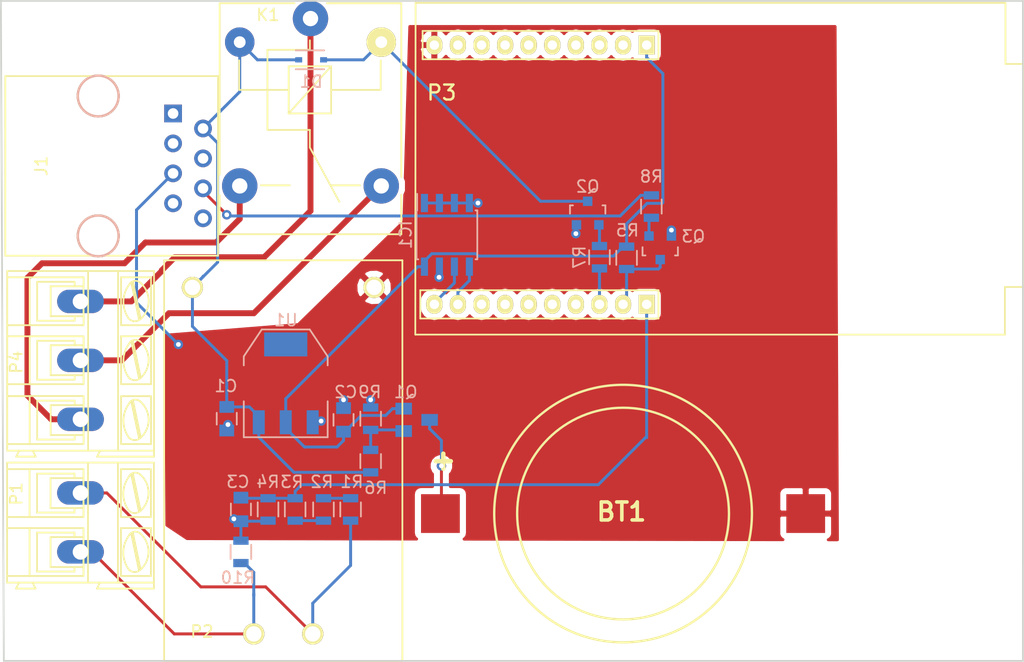
<source format=kicad_pcb>
(kicad_pcb (version 20160815) (host pcbnew no-vcs-found)

  (general
    (links 53)
    (no_connects 0)
    (area 92.674777 56.972619 188.391463 115.66562)
    (thickness 1.6)
    (drawings 4)
    (tracks 173)
    (zones 0)
    (modules 30)
    (nets 40)
  )

  (page A4)
  (layers
    (0 F.Cu signal)
    (31 B.Cu signal)
    (32 B.Adhes user hide)
    (33 F.Adhes user hide)
    (34 B.Paste user hide)
    (35 F.Paste user hide)
    (36 B.SilkS user)
    (37 F.SilkS user)
    (38 B.Mask user)
    (39 F.Mask user)
    (40 Dwgs.User user hide)
    (41 Cmts.User user hide)
    (42 Eco1.User user hide)
    (43 Eco2.User user hide)
    (44 Edge.Cuts user)
    (45 Margin user hide)
    (46 B.CrtYd user)
    (47 F.CrtYd user)
    (48 B.Fab user hide)
    (49 F.Fab user hide)
  )

  (setup
    (last_trace_width 0.25)
    (trace_clearance 0.2)
    (zone_clearance 0.508)
    (zone_45_only no)
    (trace_min 0.2)
    (segment_width 0.2)
    (edge_width 0.15)
    (via_size 0.8)
    (via_drill 0.4)
    (via_min_size 0.4)
    (via_min_drill 0.3)
    (blind_buried_vias_allowed yes)
    (uvia_size 0.3)
    (uvia_drill 0.1)
    (uvias_allowed no)
    (uvia_min_size 0.2)
    (uvia_min_drill 0.1)
    (pcb_text_width 0.3)
    (pcb_text_size 1.5 1.5)
    (mod_edge_width 0.15)
    (mod_text_size 1 1)
    (mod_text_width 0.15)
    (pad_size 1.524 1.524)
    (pad_drill 0.762)
    (pad_to_mask_clearance 0.2)
    (aux_axis_origin 0 0)
    (visible_elements FFFFF77F)
    (pcbplotparams
      (layerselection 0x0d0ff_ffffffff)
      (usegerberextensions false)
      (excludeedgelayer true)
      (linewidth 0.100000)
      (plotframeref false)
      (viasonmask false)
      (mode 1)
      (useauxorigin false)
      (hpglpennumber 1)
      (hpglpenspeed 20)
      (hpglpendiameter 15)
      (psnegative false)
      (psa4output false)
      (plotreference true)
      (plotvalue true)
      (plotinvisibletext false)
      (padsonsilk false)
      (subtractmaskfromsilk false)
      (outputformat 1)
      (mirror false)
      (drillshape 0)
      (scaleselection 1)
      (outputdirectory output/gerber/))
  )

  (net 0 "")
  (net 1 +BATT)
  (net 2 GND)
  (net 3 VCC)
  (net 4 V_Line)
  (net 5 "Net-(J1-Pad8)")
  (net 6 "Net-(J1-Pad7)")
  (net 7 "Net-(J1-Pad6)")
  (net 8 "Net-(J1-Pad4)")
  (net 9 "Net-(J1-Pad3)")
  (net 10 "Net-(J1-Pad1)")
  (net 11 "Net-(K1-Pad1)")
  (net 12 "Net-(K1-Pad3)")
  (net 13 "Net-(K1-Pad2)")
  (net 14 "Net-(P1-Pad2)")
  (net 15 "Net-(P1-Pad1)")
  (net 16 "Net-(P3-Pad13)")
  (net 17 "Net-(P3-Pad14)")
  (net 18 "Net-(P3-Pad15)")
  (net 19 "Net-(P3-Pad16)")
  (net 20 "Net-(P3-Pad17)")
  (net 21 Relay)
  (net 22 Pulse)
  (net 23 "Net-(P3-Pad2)")
  (net 24 "Net-(P3-Pad3)")
  (net 25 "Net-(P3-Pad4)")
  (net 26 "Net-(P3-Pad5)")
  (net 27 "Net-(P3-Pad6)")
  (net 28 "Net-(P3-Pad7)")
  (net 29 "Net-(P3-Pad8)")
  (net 30 "Net-(P3-Pad9)")
  (net 31 "Net-(Q1-Pad1)")
  (net 32 "Net-(Q2-Pad1)")
  (net 33 "Net-(Q3-Pad1)")
  (net 34 "Net-(R1-Pad1)")
  (net 35 "Net-(R2-Pad1)")
  (net 36 I2C_SCL)
  (net 37 I2C_SDA)
  (net 38 Relay1)
  (net 39 Relay2)

  (net_class Default "This is the default net class."
    (clearance 0.2)
    (trace_width 0.25)
    (via_dia 0.8)
    (via_drill 0.4)
    (uvia_dia 0.3)
    (uvia_drill 0.1)
    (diff_pair_gap 0.25)
    (diff_pair_width 0.2)
    (add_net +BATT)
    (add_net GND)
    (add_net I2C_SCL)
    (add_net I2C_SDA)
    (add_net "Net-(J1-Pad1)")
    (add_net "Net-(J1-Pad3)")
    (add_net "Net-(J1-Pad4)")
    (add_net "Net-(J1-Pad6)")
    (add_net "Net-(J1-Pad7)")
    (add_net "Net-(J1-Pad8)")
    (add_net "Net-(P1-Pad1)")
    (add_net "Net-(P1-Pad2)")
    (add_net "Net-(P3-Pad13)")
    (add_net "Net-(P3-Pad14)")
    (add_net "Net-(P3-Pad15)")
    (add_net "Net-(P3-Pad16)")
    (add_net "Net-(P3-Pad17)")
    (add_net "Net-(P3-Pad2)")
    (add_net "Net-(P3-Pad3)")
    (add_net "Net-(P3-Pad4)")
    (add_net "Net-(P3-Pad5)")
    (add_net "Net-(P3-Pad6)")
    (add_net "Net-(P3-Pad7)")
    (add_net "Net-(P3-Pad8)")
    (add_net "Net-(P3-Pad9)")
    (add_net "Net-(Q1-Pad1)")
    (add_net "Net-(Q2-Pad1)")
    (add_net "Net-(Q3-Pad1)")
    (add_net "Net-(R1-Pad1)")
    (add_net "Net-(R2-Pad1)")
    (add_net Pulse)
    (add_net Relay)
    (add_net Relay1)
    (add_net Relay2)
    (add_net VCC)
    (add_net V_Line)
  )

  (net_class relay ""
    (clearance 0.25)
    (trace_width 0.5)
    (via_dia 0.5)
    (via_drill 0.4)
    (uvia_dia 0.3)
    (uvia_drill 0.1)
    (diff_pair_gap 0.25)
    (diff_pair_width 0.2)
    (add_net "Net-(K1-Pad1)")
    (add_net "Net-(K1-Pad2)")
    (add_net "Net-(K1-Pad3)")
  )

  (module Mounting_Holes:MountingHole_2.2mm_M2 (layer F.Cu) (tedit 5845A899) (tstamp 5845EB72)
    (at 178.70932 111.32312)
    (descr "Mounting Hole 2.2mm, no annular, M2")
    (tags "mounting hole 2.2mm no annular m2")
    (fp_text reference REF** (at 0 -3.2) (layer F.SilkS) hide
      (effects (font (size 1 1) (thickness 0.15)))
    )
    (fp_text value MountingHole_2.2mm_M2 (at 0 3.2) (layer F.Fab)
      (effects (font (size 1 1) (thickness 0.15)))
    )
    (fp_circle (center 0 0) (end 2.45 0) (layer F.CrtYd) (width 0.05))
    (fp_circle (center 0 0) (end 2.2 0) (layer Cmts.User) (width 0.15))
    (pad 1 np_thru_hole circle (at 0 0) (size 2.2 2.2) (drill 2.2) (layers *.Cu *.Mask))
  )

  (module Mounting_Holes:MountingHole_2.2mm_M2 locked (layer F.Cu) (tedit 5845A8C4) (tstamp 5845EB6C)
    (at 178.70932 61.52896)
    (descr "Mounting Hole 2.2mm, no annular, M2")
    (tags "mounting hole 2.2mm no annular m2")
    (fp_text reference REF** (at 0 -3.2) (layer F.SilkS) hide
      (effects (font (size 1 1) (thickness 0.15)))
    )
    (fp_text value MountingHole_2.2mm_M2 (at 0 3.2) (layer F.Fab)
      (effects (font (size 1 1) (thickness 0.15)))
    )
    (fp_circle (center 0 0) (end 2.2 0) (layer Cmts.User) (width 0.15))
    (fp_circle (center 0 0) (end 2.45 0) (layer F.CrtYd) (width 0.05))
    (pad 1 np_thru_hole circle (at 0 0) (size 2.2 2.2) (drill 2.2) (layers *.Cu *.Mask))
  )

  (module Mounting_Holes:MountingHole_2.2mm_M2 locked (layer F.Cu) (tedit 5845A8D7) (tstamp 5845EB54)
    (at 102.35692 111.32312)
    (descr "Mounting Hole 2.2mm, no annular, M2")
    (tags "mounting hole 2.2mm no annular m2")
    (fp_text reference REF** (at 0 -3.2) (layer F.SilkS) hide
      (effects (font (size 1 1) (thickness 0.15)))
    )
    (fp_text value MountingHole_2.2mm_M2 (at 0 3.2) (layer F.Fab)
      (effects (font (size 1 1) (thickness 0.15)))
    )
    (fp_circle (center 0 0) (end 2.2 0) (layer Cmts.User) (width 0.15))
    (fp_circle (center 0 0) (end 2.45 0) (layer F.CrtYd) (width 0.05))
    (pad 1 np_thru_hole circle (at 0 0) (size 2.2 2.2) (drill 2.2) (layers *.Cu *.Mask))
  )

  (module Mounting_Holes:MountingHole_2.2mm_M2 (layer F.Cu) (tedit 5845A8E9) (tstamp 5845EB5D)
    (at 102.35692 61.52896)
    (descr "Mounting Hole 2.2mm, no annular, M2")
    (tags "mounting hole 2.2mm no annular m2")
    (fp_text reference REF** (at 0 -3.2) (layer F.SilkS) hide
      (effects (font (size 1 1) (thickness 0.15)))
    )
    (fp_text value MountingHole_2.2mm_M2 (at 0 3.2) (layer F.Fab)
      (effects (font (size 1 1) (thickness 0.15)))
    )
    (fp_circle (center 0 0) (end 2.45 0) (layer F.CrtYd) (width 0.05))
    (fp_circle (center 0 0) (end 2.2 0) (layer Cmts.User) (width 0.15))
    (pad 1 np_thru_hole circle (at 0 0) (size 2.2 2.2) (drill 2.2) (layers *.Cu *.Mask))
  )

  (module Resistors_SMD:R_0805 (layer B.Cu) (tedit 58307B54) (tstamp 584470F4)
    (at 117.6 105 270)
    (descr "Resistor SMD 0805, reflow soldering, Vishay (see dcrcw.pdf)")
    (tags "resistor 0805")
    (path /5844691C)
    (attr smd)
    (fp_text reference R10 (at 2.188 0.252) (layer B.SilkS)
      (effects (font (size 1 1) (thickness 0.15)) (justify mirror))
    )
    (fp_text value 0R (at 0 -2.1 270) (layer B.Fab)
      (effects (font (size 1 1) (thickness 0.15)) (justify mirror))
    )
    (fp_line (start -0.6 0.875) (end 0.6 0.875) (layer B.SilkS) (width 0.15))
    (fp_line (start 0.6 -0.875) (end -0.6 -0.875) (layer B.SilkS) (width 0.15))
    (fp_line (start 1.6 1) (end 1.6 -1) (layer B.CrtYd) (width 0.05))
    (fp_line (start -1.6 1) (end -1.6 -1) (layer B.CrtYd) (width 0.05))
    (fp_line (start -1.6 -1) (end 1.6 -1) (layer B.CrtYd) (width 0.05))
    (fp_line (start -1.6 1) (end 1.6 1) (layer B.CrtYd) (width 0.05))
    (fp_line (start -1 0.625) (end 1 0.625) (layer B.Fab) (width 0.1))
    (fp_line (start 1 0.625) (end 1 -0.625) (layer B.Fab) (width 0.1))
    (fp_line (start 1 -0.625) (end -1 -0.625) (layer B.Fab) (width 0.1))
    (fp_line (start -1 -0.625) (end -1 0.625) (layer B.Fab) (width 0.1))
    (pad 2 smd rect (at 0.95 0 270) (size 0.7 1.3) (layers B.Cu B.Paste B.Mask)
      (net 14 "Net-(P1-Pad2)"))
    (pad 1 smd rect (at -0.95 0 270) (size 0.7 1.3) (layers B.Cu B.Paste B.Mask)
      (net 2 GND))
    (model Resistors_SMD.3dshapes/R_0805.wrl
      (at (xyz 0 0 0))
      (scale (xyz 1 1 1))
      (rotate (xyz 0 0 0))
    )
  )

  (module TO_SOT_Packages_SMD:SOT-23 (layer B.Cu) (tedit 553634F8) (tstamp 583F33AE)
    (at 153.15 79.2)
    (descr "SOT-23, Standard")
    (tags SOT-23)
    (path /583CC889)
    (attr smd)
    (fp_text reference Q3 (at 2.806 -0.968) (layer B.SilkS)
      (effects (font (size 1 1) (thickness 0.15)) (justify mirror))
    )
    (fp_text value BC849 (at 0 -2.3) (layer B.Fab)
      (effects (font (size 1 1) (thickness 0.15)) (justify mirror))
    )
    (fp_line (start -1.65 1.6) (end 1.65 1.6) (layer B.CrtYd) (width 0.05))
    (fp_line (start 1.65 1.6) (end 1.65 -1.6) (layer B.CrtYd) (width 0.05))
    (fp_line (start 1.65 -1.6) (end -1.65 -1.6) (layer B.CrtYd) (width 0.05))
    (fp_line (start -1.65 -1.6) (end -1.65 1.6) (layer B.CrtYd) (width 0.05))
    (fp_line (start 1.29916 0.65024) (end 1.2509 0.65024) (layer B.SilkS) (width 0.15))
    (fp_line (start -1.49982 -0.0508) (end -1.49982 0.65024) (layer B.SilkS) (width 0.15))
    (fp_line (start -1.49982 0.65024) (end -1.2509 0.65024) (layer B.SilkS) (width 0.15))
    (fp_line (start 1.29916 0.65024) (end 1.49982 0.65024) (layer B.SilkS) (width 0.15))
    (fp_line (start 1.49982 0.65024) (end 1.49982 -0.0508) (layer B.SilkS) (width 0.15))
    (pad 1 smd rect (at -0.95 -1.00076) (size 0.8001 0.8001) (layers B.Cu B.Paste B.Mask)
      (net 33 "Net-(Q3-Pad1)"))
    (pad 2 smd rect (at 0.95 -1.00076) (size 0.8001 0.8001) (layers B.Cu B.Paste B.Mask)
      (net 2 GND))
    (pad 3 smd rect (at 0 0.99822) (size 0.8001 0.8001) (layers B.Cu B.Paste B.Mask)
      (net 22 Pulse))
    (model TO_SOT_Packages_SMD.3dshapes/SOT-23.wrl
      (at (xyz 0 0 0))
      (scale (xyz 1 1 1))
      (rotate (xyz 0 0 0))
    )
  )

  (module Resistors_SMD:R_0805 (layer B.Cu) (tedit 58307B54) (tstamp 583F342E)
    (at 152.4 75.7 270)
    (descr "Resistor SMD 0805, reflow soldering, Vishay (see dcrcw.pdf)")
    (tags "resistor 0805")
    (path /583CD3E0)
    (attr smd)
    (fp_text reference R8 (at -2.548 0) (layer B.SilkS)
      (effects (font (size 1 1) (thickness 0.15)) (justify mirror))
    )
    (fp_text value 10k (at 0 -2.1 270) (layer B.Fab)
      (effects (font (size 1 1) (thickness 0.15)) (justify mirror))
    )
    (fp_line (start -1 -0.625) (end -1 0.625) (layer B.Fab) (width 0.1))
    (fp_line (start 1 -0.625) (end -1 -0.625) (layer B.Fab) (width 0.1))
    (fp_line (start 1 0.625) (end 1 -0.625) (layer B.Fab) (width 0.1))
    (fp_line (start -1 0.625) (end 1 0.625) (layer B.Fab) (width 0.1))
    (fp_line (start -1.6 1) (end 1.6 1) (layer B.CrtYd) (width 0.05))
    (fp_line (start -1.6 -1) (end 1.6 -1) (layer B.CrtYd) (width 0.05))
    (fp_line (start -1.6 1) (end -1.6 -1) (layer B.CrtYd) (width 0.05))
    (fp_line (start 1.6 1) (end 1.6 -1) (layer B.CrtYd) (width 0.05))
    (fp_line (start 0.6 -0.875) (end -0.6 -0.875) (layer B.SilkS) (width 0.15))
    (fp_line (start -0.6 0.875) (end 0.6 0.875) (layer B.SilkS) (width 0.15))
    (pad 1 smd rect (at -0.95 0 270) (size 0.7 1.3) (layers B.Cu B.Paste B.Mask)
      (net 7 "Net-(J1-Pad6)"))
    (pad 2 smd rect (at 0.95 0 270) (size 0.7 1.3) (layers B.Cu B.Paste B.Mask)
      (net 33 "Net-(Q3-Pad1)"))
    (model Resistors_SMD.3dshapes/R_0805.wrl
      (at (xyz 0 0 0))
      (scale (xyz 1 1 1))
      (rotate (xyz 0 0 0))
    )
  )

  (module Resistors_SMD:R_0805 (layer B.Cu) (tedit 58307B54) (tstamp 583F33FE)
    (at 150.3 80.05 270)
    (descr "Resistor SMD 0805, reflow soldering, Vishay (see dcrcw.pdf)")
    (tags "resistor 0805")
    (path /583CC7BE)
    (attr smd)
    (fp_text reference R5 (at -2.326 -0.068) (layer B.SilkS)
      (effects (font (size 1 1) (thickness 0.15)) (justify mirror))
    )
    (fp_text value 10k (at 0 -2.1 270) (layer B.Fab)
      (effects (font (size 1 1) (thickness 0.15)) (justify mirror))
    )
    (fp_line (start -0.6 0.875) (end 0.6 0.875) (layer B.SilkS) (width 0.15))
    (fp_line (start 0.6 -0.875) (end -0.6 -0.875) (layer B.SilkS) (width 0.15))
    (fp_line (start 1.6 1) (end 1.6 -1) (layer B.CrtYd) (width 0.05))
    (fp_line (start -1.6 1) (end -1.6 -1) (layer B.CrtYd) (width 0.05))
    (fp_line (start -1.6 -1) (end 1.6 -1) (layer B.CrtYd) (width 0.05))
    (fp_line (start -1.6 1) (end 1.6 1) (layer B.CrtYd) (width 0.05))
    (fp_line (start -1 0.625) (end 1 0.625) (layer B.Fab) (width 0.1))
    (fp_line (start 1 0.625) (end 1 -0.625) (layer B.Fab) (width 0.1))
    (fp_line (start 1 -0.625) (end -1 -0.625) (layer B.Fab) (width 0.1))
    (fp_line (start -1 -0.625) (end -1 0.625) (layer B.Fab) (width 0.1))
    (pad 2 smd rect (at 0.95 0 270) (size 0.7 1.3) (layers B.Cu B.Paste B.Mask)
      (net 22 Pulse))
    (pad 1 smd rect (at -0.95 0 270) (size 0.7 1.3) (layers B.Cu B.Paste B.Mask)
      (net 3 VCC))
    (model Resistors_SMD.3dshapes/R_0805.wrl
      (at (xyz 0 0 0))
      (scale (xyz 1 1 1))
      (rotate (xyz 0 0 0))
    )
  )

  (module Housings_SOIC:SOIC-8_3.9x4.9mm_Pitch1.27mm (layer B.Cu) (tedit 54130A77) (tstamp 58432326)
    (at 135.065 78.1 270)
    (descr "8-Lead Plastic Small Outline (SN) - Narrow, 3.90 mm Body [SOIC] (see Microchip Packaging Specification 00000049BS.pdf)")
    (tags "SOIC 1.27")
    (path /58431AC1)
    (attr smd)
    (fp_text reference IC1 (at 0 3.5 270) (layer B.SilkS)
      (effects (font (size 1 1) (thickness 0.15)) (justify mirror))
    )
    (fp_text value AT24C256C-SSHL-T (at 0 -3.5 270) (layer B.Fab)
      (effects (font (size 1 1) (thickness 0.15)) (justify mirror))
    )
    (fp_line (start -2.075 2.525) (end -3.475 2.525) (layer B.SilkS) (width 0.15))
    (fp_line (start -2.075 -2.575) (end 2.075 -2.575) (layer B.SilkS) (width 0.15))
    (fp_line (start -2.075 2.575) (end 2.075 2.575) (layer B.SilkS) (width 0.15))
    (fp_line (start -2.075 -2.575) (end -2.075 -2.43) (layer B.SilkS) (width 0.15))
    (fp_line (start 2.075 -2.575) (end 2.075 -2.43) (layer B.SilkS) (width 0.15))
    (fp_line (start 2.075 2.575) (end 2.075 2.43) (layer B.SilkS) (width 0.15))
    (fp_line (start -2.075 2.575) (end -2.075 2.525) (layer B.SilkS) (width 0.15))
    (fp_line (start -3.75 -2.75) (end 3.75 -2.75) (layer B.CrtYd) (width 0.05))
    (fp_line (start -3.75 2.75) (end 3.75 2.75) (layer B.CrtYd) (width 0.05))
    (fp_line (start 3.75 2.75) (end 3.75 -2.75) (layer B.CrtYd) (width 0.05))
    (fp_line (start -3.75 2.75) (end -3.75 -2.75) (layer B.CrtYd) (width 0.05))
    (fp_line (start -1.95 1.45) (end -0.95 2.45) (layer B.Fab) (width 0.15))
    (fp_line (start -1.95 -2.45) (end -1.95 1.45) (layer B.Fab) (width 0.15))
    (fp_line (start 1.95 -2.45) (end -1.95 -2.45) (layer B.Fab) (width 0.15))
    (fp_line (start 1.95 2.45) (end 1.95 -2.45) (layer B.Fab) (width 0.15))
    (fp_line (start -0.95 2.45) (end 1.95 2.45) (layer B.Fab) (width 0.15))
    (pad 8 smd rect (at 2.7 1.905 270) (size 1.55 0.6) (layers B.Cu B.Paste B.Mask)
      (net 3 VCC))
    (pad 7 smd rect (at 2.7 0.635 270) (size 1.55 0.6) (layers B.Cu B.Paste B.Mask)
      (net 2 GND))
    (pad 6 smd rect (at 2.7 -0.635 270) (size 1.55 0.6) (layers B.Cu B.Paste B.Mask)
      (net 36 I2C_SCL))
    (pad 5 smd rect (at 2.7 -1.905 270) (size 1.55 0.6) (layers B.Cu B.Paste B.Mask)
      (net 37 I2C_SDA))
    (pad 4 smd rect (at -2.7 -1.905 270) (size 1.55 0.6) (layers B.Cu B.Paste B.Mask)
      (net 2 GND))
    (pad 3 smd rect (at -2.7 -0.635 270) (size 1.55 0.6) (layers B.Cu B.Paste B.Mask)
      (net 2 GND))
    (pad 2 smd rect (at -2.7 0.635 270) (size 1.55 0.6) (layers B.Cu B.Paste B.Mask)
      (net 2 GND))
    (pad 1 smd rect (at -2.7 1.905 270) (size 1.55 0.6) (layers B.Cu B.Paste B.Mask)
      (net 2 GND))
    (model Housings_SOIC.3dshapes/SOIC-8_3.9x4.9mm_Pitch1.27mm.wrl
      (at (xyz 0 0 0))
      (scale (xyz 1 1 1))
      (rotate (xyz 0 0 0))
    )
  )

  (module SensorsUnleashed:zb3219PA_radio locked (layer F.Cu) (tedit 58408A6F) (tstamp 58416571)
    (at 143.205 73 270)
    (descr "Through hole pin header")
    (tags "pin header")
    (path /583BF138)
    (fp_text reference P3 (at -6.96 8.585) (layer F.SilkS)
      (effects (font (size 1.27 1.27) (thickness 0.2032)))
    )
    (fp_text value "Sensors Unleashed Radio" (at 0 0 270) (layer F.SilkS) hide
      (effects (font (size 1.27 1.27) (thickness 0.2032)))
    )
    (fp_line (start -10.881338 9.192254) (end -11.120098 9.192254) (layer Dwgs.User) (width 0.1))
    (fp_line (start -10.881338 7.190736) (end -11.120098 7.190736) (layer Dwgs.User) (width 0.1))
    (fp_line (start -10.881338 5.191759) (end -11.120098 5.191759) (layer Dwgs.User) (width 0.1))
    (fp_line (start -10.881338 3.190241) (end -11.120098 3.190241) (layer Dwgs.User) (width 0.1))
    (fp_line (start -10.881338 1.191263) (end -11.120098 1.191263) (layer Dwgs.User) (width 0.1))
    (fp_line (start -10.881338 -0.807715) (end -11.120098 -0.807715) (layer Dwgs.User) (width 0.1))
    (fp_line (start -10.881338 -2.809233) (end -11.120098 -2.809233) (layer Dwgs.User) (width 0.1))
    (fp_line (start -10.881338 -4.80821) (end -11.120098 -4.80821) (layer Dwgs.User) (width 0.1))
    (fp_line (start -10.881338 -6.809728) (end -11.120098 -6.809728) (layer Dwgs.User) (width 0.1))
    (fp_line (start 11.120118 -6.809728) (end 10.878818 -6.809728) (layer Dwgs.User) (width 0.1))
    (fp_line (start 11.120118 -4.80821) (end 10.878818 -4.80821) (layer Dwgs.User) (width 0.1))
    (fp_line (start 11.120118 -2.809233) (end 10.878818 -2.809233) (layer Dwgs.User) (width 0.1))
    (fp_line (start 11.120118 -0.807715) (end 10.878818 -0.807715) (layer Dwgs.User) (width 0.1))
    (fp_line (start 11.120118 1.191263) (end 10.878818 1.191263) (layer Dwgs.User) (width 0.1))
    (fp_line (start 11.120118 3.190241) (end 10.878818 3.190241) (layer Dwgs.User) (width 0.1))
    (fp_line (start 11.120118 5.191759) (end 10.878818 5.191759) (layer Dwgs.User) (width 0.1))
    (fp_line (start 11.120118 7.190736) (end 10.878818 7.190736) (layer Dwgs.User) (width 0.1))
    (fp_line (start 11.120118 9.192254) (end 10.878818 9.192254) (layer Dwgs.User) (width 0.1))
    (fp_line (start -12.2 10.2) (end -12.2 -9.8) (layer F.SilkS) (width 0.15))
    (fp_line (start -9.8 -9.8) (end -9.8 10.2) (layer F.SilkS) (width 0.15))
    (fp_line (start 12.2 10.4) (end 12.2 -9.8) (layer F.SilkS) (width 0.15))
    (fp_line (start 9.8 -9.8) (end 9.8 10.4) (layer F.SilkS) (width 0.15))
    (fp_line (start -9.8 10.2) (end -12 10.2) (layer F.SilkS) (width 0.15))
    (fp_line (start -12 10.2) (end -12.2 10.2) (layer F.SilkS) (width 0.15))
    (fp_line (start -12.2 -9.8) (end -9.8 -9.8) (layer F.SilkS) (width 0.15))
    (fp_line (start 9.8 -9.8) (end 12.2 -9.8) (layer F.SilkS) (width 0.15))
    (fp_line (start 12.2 10.4) (end 9.8 10.4) (layer F.SilkS) (width 0.15))
    (fp_line (start -14.605 10.795) (end 13.5636 10.8204) (layer F.SilkS) (width 0.15))
    (fp_line (start 13.5636 10.8204) (end 13.5636 -39.1668) (layer F.SilkS) (width 0.15))
    (fp_line (start 13.5636 -39.1668) (end 9.525 -39.1668) (layer F.SilkS) (width 0.15))
    (fp_line (start 9.525 -39.1668) (end 9.525 -40.7162) (layer F.SilkS) (width 0.15))
    (fp_line (start 9.525 -40.7162) (end -9.398 -40.7162) (layer F.SilkS) (width 0.15))
    (fp_line (start -9.398 -40.7162) (end -9.398 -39.2176) (layer F.SilkS) (width 0.15))
    (fp_line (start -9.398 -39.2176) (end -14.5796 -39.2176) (layer F.SilkS) (width 0.15))
    (fp_line (start -14.5796 -39.2176) (end -14.5796 10.7188) (layer F.SilkS) (width 0.15))
    (fp_line (start -14.5796 10.7188) (end -14.5288 10.7696) (layer F.SilkS) (width 0.15))
    (pad 11 thru_hole oval (at 11 9.205 180) (size 1.36 1.6) (drill 0.8) (layers *.Cu *.Mask F.SilkS)
      (net 36 I2C_SCL))
    (pad 12 thru_hole oval (at 11 7.205 180) (size 1.36 1.6) (drill 0.8) (layers *.Cu *.Mask F.SilkS)
      (net 37 I2C_SDA))
    (pad 13 thru_hole oval (at 11 5.205 180) (size 1.36 1.6) (drill 0.8) (layers *.Cu *.Mask F.SilkS)
      (net 16 "Net-(P3-Pad13)"))
    (pad 14 thru_hole oval (at 11 3.205 180) (size 1.36 1.6) (drill 0.8) (layers *.Cu *.Mask F.SilkS)
      (net 17 "Net-(P3-Pad14)"))
    (pad 15 thru_hole oval (at 11 1.205 180) (size 1.36 1.6) (drill 0.8) (layers *.Cu *.Mask F.SilkS)
      (net 18 "Net-(P3-Pad15)"))
    (pad 16 thru_hole oval (at 11 -0.795 180) (size 1.36 1.6) (drill 0.8) (layers *.Cu *.Mask F.SilkS)
      (net 19 "Net-(P3-Pad16)"))
    (pad 17 thru_hole oval (at 11 -2.795 180) (size 1.36 1.6) (drill 0.8) (layers *.Cu *.Mask F.SilkS)
      (net 20 "Net-(P3-Pad17)"))
    (pad 18 thru_hole oval (at 11 -4.795 180) (size 1.36 1.6) (drill 0.8) (layers *.Cu *.Mask F.SilkS)
      (net 21 Relay))
    (pad 19 thru_hole oval (at 11 -6.795 180) (size 1.36 1.6) (drill 0.8) (layers *.Cu *.Mask F.SilkS)
      (net 22 Pulse))
    (pad 20 thru_hole rect (at 11 -8.795 180) (size 1.36 1.6) (drill 0.8) (layers *.Cu *.Mask F.SilkS)
      (net 4 V_Line))
    (pad 1 thru_hole rect (at -11 -8.795 180) (size 1.36 1.6) (drill 0.8) (layers *.Cu *.Mask F.SilkS)
      (net 3 VCC))
    (pad 2 thru_hole oval (at -11 -6.795 180) (size 1.36 1.6) (drill 0.8) (layers *.Cu *.Mask F.SilkS)
      (net 23 "Net-(P3-Pad2)"))
    (pad 3 thru_hole oval (at -11 -4.795 180) (size 1.36 1.6) (drill 0.8) (layers *.Cu *.Mask F.SilkS)
      (net 24 "Net-(P3-Pad3)"))
    (pad 4 thru_hole oval (at -11 -2.795 180) (size 1.36 1.6) (drill 0.8) (layers *.Cu *.Mask F.SilkS)
      (net 25 "Net-(P3-Pad4)"))
    (pad 5 thru_hole oval (at -11 -0.795 180) (size 1.36 1.6) (drill 0.8) (layers *.Cu *.Mask F.SilkS)
      (net 26 "Net-(P3-Pad5)"))
    (pad 6 thru_hole oval (at -11 1.205 180) (size 1.36 1.6) (drill 0.8) (layers *.Cu *.Mask F.SilkS)
      (net 27 "Net-(P3-Pad6)"))
    (pad 7 thru_hole oval (at -11 3.205 180) (size 1.36 1.6) (drill 0.8) (layers *.Cu *.Mask F.SilkS)
      (net 28 "Net-(P3-Pad7)"))
    (pad 8 thru_hole oval (at -11 5.205 180) (size 1.36 1.6) (drill 0.8) (layers *.Cu *.Mask F.SilkS)
      (net 29 "Net-(P3-Pad8)"))
    (pad 9 thru_hole oval (at -11 7.205 180) (size 1.36 1.6) (drill 0.8) (layers *.Cu *.Mask F.SilkS)
      (net 30 "Net-(P3-Pad9)"))
    (pad 10 thru_hole oval (at -11 9.205 180) (size 1.36 1.6) (drill 0.8) (layers *.Cu *.Mask F.SilkS)
      (net 2 GND))
    (model Pin_Headers/Pin_Header_Straight_1x10.wrl
      (at (xyz 0 0 0))
      (scale (xyz 1 1 1))
      (rotate (xyz 0 0 0))
    )
  )

  (module SensorsUnleashed:BATT_CR2032_MPD (layer F.Cu) (tedit 51C8CC80) (tstamp 583F320D)
    (at 150 101.75 180)
    (path /583DA60F)
    (fp_text reference BT1 (at 0.14 0.15 180) (layer F.SilkS)
      (effects (font (thickness 0.3048)))
    )
    (fp_text value CR2032 (at 0 -12.2 180) (layer F.SilkS) hide
      (effects (font (thickness 0.3048)))
    )
    (fp_line (start 15.24 3.81) (end 15.24 5.08) (layer F.SilkS) (width 0.381))
    (fp_line (start 14.605 4.445) (end 15.875 4.445) (layer F.SilkS) (width 0.381))
    (fp_circle (center 0 0) (end -1.27 -8.89) (layer F.SilkS) (width 0.20066))
    (fp_circle (center 0 0) (end 6.35 8.89) (layer F.SilkS) (width 0.20066))
    (pad 1 smd rect (at 15.485 0 180) (size 3.29 3.29) (layers F.Cu F.Paste F.Mask)
      (net 1 +BATT))
    (pad 2 smd rect (at -15.485 0 180) (size 3.29 3.29) (layers F.Cu F.Paste F.Mask)
      (net 2 GND))
    (model 3D/Connectors/Batt_MPD_CR2032.wrl
      (at (xyz 0 0 0))
      (scale (xyz 0.3937 0.3937 0.3937))
      (rotate (xyz 0 0 0))
    )
  )

  (module Capacitors_SMD:C_0805 (layer B.Cu) (tedit 5415D6EA) (tstamp 583F321D)
    (at 116.4 93.7 270)
    (descr "Capacitor SMD 0805, reflow soldering, AVX (see smccp.pdf)")
    (tags "capacitor 0805")
    (path /583F5618)
    (attr smd)
    (fp_text reference C1 (at -2.768 0.068) (layer B.SilkS)
      (effects (font (size 1 1) (thickness 0.15)) (justify mirror))
    )
    (fp_text value 100nF (at 0 -2.1 270) (layer B.Fab)
      (effects (font (size 1 1) (thickness 0.15)) (justify mirror))
    )
    (fp_line (start -1 -0.625) (end -1 0.625) (layer B.Fab) (width 0.15))
    (fp_line (start 1 -0.625) (end -1 -0.625) (layer B.Fab) (width 0.15))
    (fp_line (start 1 0.625) (end 1 -0.625) (layer B.Fab) (width 0.15))
    (fp_line (start -1 0.625) (end 1 0.625) (layer B.Fab) (width 0.15))
    (fp_line (start -1.8 1) (end 1.8 1) (layer B.CrtYd) (width 0.05))
    (fp_line (start -1.8 -1) (end 1.8 -1) (layer B.CrtYd) (width 0.05))
    (fp_line (start -1.8 1) (end -1.8 -1) (layer B.CrtYd) (width 0.05))
    (fp_line (start 1.8 1) (end 1.8 -1) (layer B.CrtYd) (width 0.05))
    (fp_line (start 0.5 0.85) (end -0.5 0.85) (layer B.SilkS) (width 0.15))
    (fp_line (start -0.5 -0.85) (end 0.5 -0.85) (layer B.SilkS) (width 0.15))
    (pad 1 smd rect (at -1 0 270) (size 1 1.25) (layers B.Cu B.Paste B.Mask)
      (net 39 Relay2))
    (pad 2 smd rect (at 1 0 270) (size 1 1.25) (layers B.Cu B.Paste B.Mask)
      (net 2 GND))
    (model Capacitors_SMD.3dshapes/C_0805.wrl
      (at (xyz 0 0 0))
      (scale (xyz 1 1 1))
      (rotate (xyz 0 0 0))
    )
  )

  (module Capacitors_SMD:C_0805 (layer B.Cu) (tedit 5415D6EA) (tstamp 583F322D)
    (at 126.3 93.8 90)
    (descr "Capacitor SMD 0805, reflow soldering, AVX (see smccp.pdf)")
    (tags "capacitor 0805")
    (path /583B593D)
    (attr smd)
    (fp_text reference C2 (at 2.36 0.192 180) (layer B.SilkS)
      (effects (font (size 1 1) (thickness 0.15)) (justify mirror))
    )
    (fp_text value 22uF (at 0 -2.1 90) (layer B.Fab)
      (effects (font (size 1 1) (thickness 0.15)) (justify mirror))
    )
    (fp_line (start -0.5 -0.85) (end 0.5 -0.85) (layer B.SilkS) (width 0.15))
    (fp_line (start 0.5 0.85) (end -0.5 0.85) (layer B.SilkS) (width 0.15))
    (fp_line (start 1.8 1) (end 1.8 -1) (layer B.CrtYd) (width 0.05))
    (fp_line (start -1.8 1) (end -1.8 -1) (layer B.CrtYd) (width 0.05))
    (fp_line (start -1.8 -1) (end 1.8 -1) (layer B.CrtYd) (width 0.05))
    (fp_line (start -1.8 1) (end 1.8 1) (layer B.CrtYd) (width 0.05))
    (fp_line (start -1 0.625) (end 1 0.625) (layer B.Fab) (width 0.15))
    (fp_line (start 1 0.625) (end 1 -0.625) (layer B.Fab) (width 0.15))
    (fp_line (start 1 -0.625) (end -1 -0.625) (layer B.Fab) (width 0.15))
    (fp_line (start -1 -0.625) (end -1 0.625) (layer B.Fab) (width 0.15))
    (pad 2 smd rect (at 1 0 90) (size 1 1.25) (layers B.Cu B.Paste B.Mask)
      (net 2 GND))
    (pad 1 smd rect (at -1 0 90) (size 1 1.25) (layers B.Cu B.Paste B.Mask)
      (net 3 VCC))
    (model Capacitors_SMD.3dshapes/C_0805.wrl
      (at (xyz 0 0 0))
      (scale (xyz 1 1 1))
      (rotate (xyz 0 0 0))
    )
  )

  (module Capacitors_SMD:C_0805 (layer B.Cu) (tedit 5415D6EA) (tstamp 583F323D)
    (at 117.6 101.4 270)
    (descr "Capacitor SMD 0805, reflow soldering, AVX (see smccp.pdf)")
    (tags "capacitor 0805")
    (path /583A85D5)
    (attr smd)
    (fp_text reference C3 (at -2.34 0.252) (layer B.SilkS)
      (effects (font (size 1 1) (thickness 0.15)) (justify mirror))
    )
    (fp_text value 1nF (at 0 -2.1 270) (layer B.Fab)
      (effects (font (size 1 1) (thickness 0.15)) (justify mirror))
    )
    (fp_line (start -0.5 -0.85) (end 0.5 -0.85) (layer B.SilkS) (width 0.15))
    (fp_line (start 0.5 0.85) (end -0.5 0.85) (layer B.SilkS) (width 0.15))
    (fp_line (start 1.8 1) (end 1.8 -1) (layer B.CrtYd) (width 0.05))
    (fp_line (start -1.8 1) (end -1.8 -1) (layer B.CrtYd) (width 0.05))
    (fp_line (start -1.8 -1) (end 1.8 -1) (layer B.CrtYd) (width 0.05))
    (fp_line (start -1.8 1) (end 1.8 1) (layer B.CrtYd) (width 0.05))
    (fp_line (start -1 0.625) (end 1 0.625) (layer B.Fab) (width 0.15))
    (fp_line (start 1 0.625) (end 1 -0.625) (layer B.Fab) (width 0.15))
    (fp_line (start 1 -0.625) (end -1 -0.625) (layer B.Fab) (width 0.15))
    (fp_line (start -1 -0.625) (end -1 0.625) (layer B.Fab) (width 0.15))
    (pad 2 smd rect (at 1 0 270) (size 1 1.25) (layers B.Cu B.Paste B.Mask)
      (net 2 GND))
    (pad 1 smd rect (at -1 0 270) (size 1 1.25) (layers B.Cu B.Paste B.Mask)
      (net 4 V_Line))
    (model Capacitors_SMD.3dshapes/C_0805.wrl
      (at (xyz 0 0 0))
      (scale (xyz 1 1 1))
      (rotate (xyz 0 0 0))
    )
  )

  (module Diodes_SMD:SOD-323 (layer B.Cu) (tedit 57A876D4) (tstamp 583F3253)
    (at 123.555 63.25)
    (descr SOD-323)
    (tags SOD-323)
    (path /583CA33D)
    (attr smd)
    (fp_text reference D1 (at 0 1.85) (layer B.SilkS)
      (effects (font (size 1 1) (thickness 0.15)) (justify mirror))
    )
    (fp_text value BAS321 (at 0.1 -1.9) (layer B.Fab)
      (effects (font (size 1 1) (thickness 0.15)) (justify mirror))
    )
    (fp_line (start -1.3 0.8) (end 1.1 0.8) (layer B.SilkS) (width 0.15))
    (fp_line (start -1.3 -0.8) (end 1.1 -0.8) (layer B.SilkS) (width 0.15))
    (fp_line (start -1.5 0.95) (end -1.5 -0.95) (layer B.CrtYd) (width 0.05))
    (fp_line (start -1.5 -0.95) (end 1.5 -0.95) (layer B.CrtYd) (width 0.05))
    (fp_line (start 1.5 0.95) (end 1.5 -0.95) (layer B.CrtYd) (width 0.05))
    (fp_line (start -1.5 0.95) (end 1.5 0.95) (layer B.CrtYd) (width 0.05))
    (fp_line (start -0.85 0.65) (end 0.85 0.65) (layer B.Fab) (width 0.15))
    (fp_line (start 0.85 0.65) (end 0.85 -0.65) (layer B.Fab) (width 0.15))
    (fp_line (start 0.85 -0.65) (end -0.85 -0.65) (layer B.Fab) (width 0.15))
    (fp_line (start -0.85 -0.65) (end -0.85 0.65) (layer B.Fab) (width 0.15))
    (fp_line (start -0.3 0.35) (end -0.3 -0.35) (layer B.Fab) (width 0.15))
    (fp_line (start -0.3 0) (end -0.5 0) (layer B.Fab) (width 0.15))
    (fp_line (start -0.3 0) (end 0.2 0.35) (layer B.Fab) (width 0.15))
    (fp_line (start 0.2 0.35) (end 0.2 -0.35) (layer B.Fab) (width 0.15))
    (fp_line (start 0.2 -0.35) (end -0.3 0) (layer B.Fab) (width 0.15))
    (fp_line (start 0.2 0) (end 0.45 0) (layer B.Fab) (width 0.15))
    (pad 2 smd rect (at 1.055 0) (size 0.59 0.45) (layers B.Cu B.Paste B.Mask)
      (net 38 Relay1))
    (pad 1 smd rect (at -1.055 0) (size 0.59 0.45) (layers B.Cu B.Paste B.Mask)
      (net 39 Relay2))
    (model Diodes_SMD.3dshapes/SOD-323.wrl
      (at (xyz 0 0 0))
      (scale (xyz 1 1 1))
      (rotate (xyz 0 0 180))
    )
  )

  (module Connect:RJ45_8 (layer F.Cu) (tedit 0) (tstamp 583F3265)
    (at 105.5 72.25 270)
    (tags RJ45)
    (path /583C62AC)
    (fp_text reference J1 (at 0 4.826 270) (layer F.SilkS)
      (effects (font (size 1 1) (thickness 0.15)))
    )
    (fp_text value RJ45 (at -0.575 -0.1016 270) (layer F.Fab)
      (effects (font (size 1 1) (thickness 0.15)))
    )
    (fp_line (start -7.62 -10.16) (end -7.62 7.874) (layer F.SilkS) (width 0.15))
    (fp_line (start 7.62 -10.16) (end -7.62 -10.16) (layer F.SilkS) (width 0.15))
    (fp_line (start 7.62 7.874) (end 7.62 -10.16) (layer F.SilkS) (width 0.15))
    (fp_line (start -7.62 7.874) (end 7.62 7.874) (layer F.SilkS) (width 0.15))
    (pad 8 thru_hole circle (at 4.445 -8.89 270) (size 1.50114 1.50114) (drill 0.89916) (layers *.Cu *.Mask)
      (net 5 "Net-(J1-Pad8)"))
    (pad 7 thru_hole circle (at 3.175 -6.35 270) (size 1.50114 1.50114) (drill 0.89916) (layers *.Cu *.Mask)
      (net 6 "Net-(J1-Pad7)"))
    (pad 6 thru_hole circle (at 1.905 -8.89 270) (size 1.50114 1.50114) (drill 0.89916) (layers *.Cu *.Mask)
      (net 7 "Net-(J1-Pad6)"))
    (pad 5 thru_hole circle (at 0.635 -6.35 270) (size 1.50114 1.50114) (drill 0.89916) (layers *.Cu *.Mask)
      (net 2 GND))
    (pad 4 thru_hole circle (at -0.635 -8.89 270) (size 1.50114 1.50114) (drill 0.89916) (layers *.Cu *.Mask)
      (net 8 "Net-(J1-Pad4)"))
    (pad 3 thru_hole circle (at -1.905 -6.35 270) (size 1.50114 1.50114) (drill 0.89916) (layers *.Cu *.Mask)
      (net 9 "Net-(J1-Pad3)"))
    (pad 2 thru_hole circle (at -3.175 -8.89 270) (size 1.50114 1.50114) (drill 0.89916) (layers *.Cu *.Mask)
      (net 39 Relay2))
    (pad 1 thru_hole rect (at -4.445 -6.35 270) (size 1.50114 1.50114) (drill 0.89916) (layers *.Cu *.Mask)
      (net 10 "Net-(J1-Pad1)"))
    (pad Hole np_thru_hole circle (at -5.9309 0 270) (size 3.64998 3.64998) (drill 3.2512) (layers *.Cu *.SilkS *.Mask))
    (pad Hole np_thru_hole circle (at 5.93852 0 270) (size 3.64998 3.64998) (drill 3.2512) (layers *.Cu *.SilkS *.Mask))
    (model Connect.3dshapes/RJ45_8.wrl
      (at (xyz 0 0 0))
      (scale (xyz 0.4 0.4 0.4))
      (rotate (xyz 0 0 0))
    )
  )

  (module SensorsUnleashed:Relay_SRD_XVDC-SL-C_Series (layer F.Cu) (tedit 56F14CA6) (tstamp 583F3287)
    (at 123.5 59.75 270)
    (descr "relay, Sanyou SRD series Form C")
    (path /583CAEC4)
    (fp_text reference K1 (at -0.314 3.612) (layer F.SilkS)
      (effects (font (size 1 1) (thickness 0.15)))
    )
    (fp_text value RELAY_1RT (at 1.5 -10.25 270) (layer F.Fab)
      (effects (font (size 1 1) (thickness 0.15)))
    )
    (fp_line (start 15 7.7) (end 18.3 7.7) (layer F.SilkS) (width 0.15))
    (fp_line (start 18.3 7.7) (end 18.3 -7.7) (layer F.SilkS) (width 0.15))
    (fp_line (start 18.3 -7.7) (end 14.95 -7.7) (layer F.SilkS) (width 0.15))
    (fp_line (start -1.3 1.35) (end -1.3 7.7) (layer F.SilkS) (width 0.15))
    (fp_line (start -1.3 7.7) (end 13.25 7.7) (layer F.SilkS) (width 0.15))
    (fp_line (start -1.3 -1.4) (end -1.3 -7.7) (layer F.SilkS) (width 0.15))
    (fp_line (start -1.3 -7.7) (end 13.45 -7.7) (layer F.SilkS) (width 0.15))
    (fp_line (start -1.3 -7.65) (end -1.3 -1.4) (layer F.SilkS) (width 0.15))
    (fp_line (start 14.15 4.2) (end 14.15 1.75) (layer F.SilkS) (width 0.15))
    (fp_line (start 14.15 -4.2) (end 14.15 -1.7) (layer F.SilkS) (width 0.15))
    (fp_line (start 3.55 6.05) (end 6.05 6.05) (layer F.SilkS) (width 0.15))
    (fp_line (start 2.65 0.05) (end 1.85 0.05) (layer F.SilkS) (width 0.15))
    (fp_line (start 6.05 -5.95) (end 3.55 -5.95) (layer F.SilkS) (width 0.15))
    (fp_line (start 9.45 0.05) (end 10.95 0.05) (layer F.SilkS) (width 0.15))
    (fp_line (start 10.95 0.05) (end 15.55 -2.45) (layer F.SilkS) (width 0.15))
    (fp_line (start 9.45 3.65) (end 2.65 3.65) (layer F.SilkS) (width 0.15))
    (fp_line (start 9.45 0.05) (end 9.45 3.65) (layer F.SilkS) (width 0.15))
    (fp_line (start 2.65 0.05) (end 2.65 3.65) (layer F.SilkS) (width 0.15))
    (fp_line (start 6.05 -5.95) (end 6.05 -1.75) (layer F.SilkS) (width 0.15))
    (fp_line (start 6.05 1.85) (end 6.05 6.05) (layer F.SilkS) (width 0.15))
    (fp_line (start 8.05 1.85) (end 4.05 -1.75) (layer F.SilkS) (width 0.15))
    (fp_line (start 4.05 1.85) (end 4.05 -1.75) (layer F.SilkS) (width 0.15))
    (fp_line (start 4.05 -1.75) (end 8.05 -1.75) (layer F.SilkS) (width 0.15))
    (fp_line (start 8.05 -1.75) (end 8.05 1.85) (layer F.SilkS) (width 0.15))
    (fp_line (start 8.05 1.85) (end 4.05 1.85) (layer F.SilkS) (width 0.15))
    (pad 5 thru_hole circle (at 2 6) (size 2.5 2.5) (drill 1) (layers *.Cu *.Mask)
      (net 39 Relay2))
    (pad 1 thru_hole circle (at 14.2 6) (size 3 3) (drill 1.3) (layers *.Cu *.Mask)
      (net 11 "Net-(K1-Pad1)"))
    (pad 3 thru_hole circle (at 14.2 -6) (size 3 3) (drill 1.3) (layers *.Cu *.Mask)
      (net 12 "Net-(K1-Pad3)"))
    (pad 4 thru_hole circle (at 2 -6) (size 2.5 2.5) (drill 1) (layers *.Cu *.Mask F.SilkS)
      (net 38 Relay1))
    (pad 2 thru_hole circle (at 0 0) (size 3 3) (drill 1.3) (layers *.Cu *.Mask)
      (net 13 "Net-(K1-Pad2)"))
    (model Relays_ThroughHole.3dshapes/Relay_SANYOU_SRD_Series_Form_C.wrl
      (at (xyz 0 0 0))
      (scale (xyz 1 1 1))
      (rotate (xyz 0 0 0))
    )
  )

  (module Connect:AK300-2 (layer F.Cu) (tedit 54792136) (tstamp 583F32E2)
    (at 104 100 270)
    (descr CONNECTOR)
    (tags CONNECTOR)
    (path /583F7363)
    (attr virtual)
    (fp_text reference P1 (at 0.076 5.448 270) (layer F.SilkS)
      (effects (font (size 1 1) (thickness 0.15)))
    )
    (fp_text value Supply (at 2.779 7.747 270) (layer F.Fab)
      (effects (font (size 1 1) (thickness 0.15)))
    )
    (fp_arc (start -1.1326 -4.64566) (end -1.41962 -4.1275) (angle 104.2) (layer F.SilkS) (width 0.15))
    (fp_arc (start -0.01246 -3.7084) (end -1.6152 -5.0038) (angle 100) (layer F.SilkS) (width 0.15))
    (fp_arc (start 0.06374 -6.0706) (end 1.52678 -4.11734) (angle 75.5) (layer F.SilkS) (width 0.15))
    (fp_arc (start 1.0264 -4.59486) (end 1.5344 -5.05206) (angle 90.5) (layer F.SilkS) (width 0.15))
    (fp_arc (start 3.8712 -4.64566) (end 3.58164 -4.1275) (angle 104.2) (layer F.SilkS) (width 0.15))
    (fp_arc (start 4.98626 -3.7084) (end 3.3886 -5.0038) (angle 100) (layer F.SilkS) (width 0.15))
    (fp_arc (start 5.065 -6.0706) (end 6.52804 -4.11734) (angle 75.5) (layer F.SilkS) (width 0.15))
    (fp_arc (start 6.0302 -4.59486) (end 6.53566 -5.05206) (angle 90.5) (layer F.SilkS) (width 0.15))
    (fp_line (start 3.3632 -0.254) (end 6.6652 -0.254) (layer F.SilkS) (width 0.15))
    (fp_line (start 2.9822 -0.254) (end 3.3632 -0.254) (layer F.SilkS) (width 0.15))
    (fp_line (start 7.0462 -0.254) (end 6.6652 -0.254) (layer F.SilkS) (width 0.15))
    (fp_line (start 6.6652 -0.635) (end 3.3632 -0.635) (layer F.SilkS) (width 0.15))
    (fp_line (start 7.605 -0.635) (end 6.6652 -0.635) (layer F.SilkS) (width 0.15))
    (fp_line (start 1.6614 -0.635) (end 3.3632 -0.635) (layer F.SilkS) (width 0.15))
    (fp_line (start -1.6406 -0.635) (end 1.6614 -0.635) (layer F.SilkS) (width 0.15))
    (fp_line (start -2.58 -0.635) (end -1.6406 -0.635) (layer F.SilkS) (width 0.15))
    (fp_line (start 1.6614 -0.254) (end -1.6406 -0.254) (layer F.SilkS) (width 0.15))
    (fp_line (start 2.0424 -0.254) (end 1.6614 -0.254) (layer F.SilkS) (width 0.15))
    (fp_line (start -2.0216 -0.254) (end -1.6406 -0.254) (layer F.SilkS) (width 0.15))
    (fp_line (start -1.4882 -4.318) (end 1.5598 -4.953) (layer F.SilkS) (width 0.15))
    (fp_line (start -1.6152 -4.445) (end 1.43534 -5.08) (layer F.SilkS) (width 0.15))
    (fp_line (start 3.5156 -4.318) (end 6.5636 -4.953) (layer F.SilkS) (width 0.15))
    (fp_line (start 3.3886 -4.445) (end 6.4366 -5.08) (layer F.SilkS) (width 0.15))
    (fp_line (start 2.0424 -5.969) (end -2.0216 -5.969) (layer F.SilkS) (width 0.15))
    (fp_line (start -2.0216 -3.429) (end -2.0216 -5.969) (layer F.SilkS) (width 0.15))
    (fp_line (start 2.0424 -3.429) (end -2.0216 -3.429) (layer F.SilkS) (width 0.15))
    (fp_line (start 2.0424 -3.429) (end 2.0424 -5.969) (layer F.SilkS) (width 0.15))
    (fp_line (start 7.0462 -3.429) (end 2.9822 -3.429) (layer F.SilkS) (width 0.15))
    (fp_line (start 7.0462 -5.969) (end 7.0462 -3.429) (layer F.SilkS) (width 0.15))
    (fp_line (start 2.9822 -5.969) (end 7.0462 -5.969) (layer F.SilkS) (width 0.15))
    (fp_line (start 2.9822 -3.429) (end 2.9822 -5.969) (layer F.SilkS) (width 0.15))
    (fp_line (start 7.605 -3.175) (end 7.605 -1.651) (layer F.SilkS) (width 0.15))
    (fp_line (start -2.58 -3.175) (end -2.58 -6.223) (layer F.SilkS) (width 0.15))
    (fp_line (start -2.58 -3.175) (end 7.605 -3.175) (layer F.SilkS) (width 0.15))
    (fp_line (start 7.605 -0.635) (end 7.605 4.064) (layer F.SilkS) (width 0.15))
    (fp_line (start 7.605 -1.651) (end 7.605 -0.635) (layer F.SilkS) (width 0.15))
    (fp_line (start -2.58 -0.635) (end -2.58 -3.175) (layer F.SilkS) (width 0.15))
    (fp_line (start -2.58 6.223) (end -2.58 -0.635) (layer F.SilkS) (width 0.15))
    (fp_line (start 6.6652 0.508) (end 6.2842 0.508) (layer F.SilkS) (width 0.15))
    (fp_line (start 3.3632 0.508) (end 3.7442 0.508) (layer F.SilkS) (width 0.15))
    (fp_line (start 1.6614 0.508) (end 1.2804 0.508) (layer F.SilkS) (width 0.15))
    (fp_line (start -1.6406 0.508) (end -1.2596 0.508) (layer F.SilkS) (width 0.15))
    (fp_line (start -1.6406 3.683) (end -1.6406 0.508) (layer F.SilkS) (width 0.15))
    (fp_line (start 1.6614 3.683) (end -1.6406 3.683) (layer F.SilkS) (width 0.15))
    (fp_line (start 1.6614 3.683) (end 1.6614 0.508) (layer F.SilkS) (width 0.15))
    (fp_line (start 3.3632 3.683) (end 3.3632 0.508) (layer F.SilkS) (width 0.15))
    (fp_line (start 6.6652 3.683) (end 3.3632 3.683) (layer F.SilkS) (width 0.15))
    (fp_line (start 6.6652 3.683) (end 6.6652 0.508) (layer F.SilkS) (width 0.15))
    (fp_line (start -2.0216 4.318) (end -2.0216 6.223) (layer F.SilkS) (width 0.15))
    (fp_line (start 2.0424 4.318) (end 2.0424 -0.254) (layer F.SilkS) (width 0.15))
    (fp_line (start 2.0424 4.318) (end -2.0216 4.318) (layer F.SilkS) (width 0.15))
    (fp_line (start 7.0462 4.318) (end 7.0462 6.223) (layer F.SilkS) (width 0.15))
    (fp_line (start 2.9822 4.318) (end 2.9822 -0.254) (layer F.SilkS) (width 0.15))
    (fp_line (start 2.9822 4.318) (end 7.0462 4.318) (layer F.SilkS) (width 0.15))
    (fp_line (start -2.0216 6.223) (end 2.0424 6.223) (layer F.SilkS) (width 0.15))
    (fp_line (start -2.58 6.223) (end -2.0216 6.223) (layer F.SilkS) (width 0.15))
    (fp_line (start -2.0216 -0.254) (end -2.0216 4.318) (layer F.SilkS) (width 0.15))
    (fp_line (start 2.0424 6.223) (end 2.9822 6.223) (layer F.SilkS) (width 0.15))
    (fp_line (start 2.0424 6.223) (end 2.0424 4.318) (layer F.SilkS) (width 0.15))
    (fp_line (start 7.0462 6.223) (end 7.605 6.223) (layer F.SilkS) (width 0.15))
    (fp_line (start 2.9822 6.223) (end 7.0462 6.223) (layer F.SilkS) (width 0.15))
    (fp_line (start 7.0462 -0.254) (end 7.0462 4.318) (layer F.SilkS) (width 0.15))
    (fp_line (start 2.9822 6.223) (end 2.9822 4.318) (layer F.SilkS) (width 0.15))
    (fp_line (start 8.113 3.81) (end 8.113 5.461) (layer F.SilkS) (width 0.15))
    (fp_line (start 7.605 4.064) (end 7.605 5.207) (layer F.SilkS) (width 0.15))
    (fp_line (start 8.113 3.81) (end 7.605 4.064) (layer F.SilkS) (width 0.15))
    (fp_line (start 7.605 5.207) (end 7.605 6.223) (layer F.SilkS) (width 0.15))
    (fp_line (start 8.113 5.461) (end 7.605 5.207) (layer F.SilkS) (width 0.15))
    (fp_line (start 8.113 -1.397) (end 7.605 -1.651) (layer F.SilkS) (width 0.15))
    (fp_line (start 8.113 -6.223) (end 8.113 -1.397) (layer F.SilkS) (width 0.15))
    (fp_line (start 7.605 -6.223) (end 8.113 -6.223) (layer F.SilkS) (width 0.15))
    (fp_line (start 7.605 -6.223) (end -2.58 -6.223) (layer F.SilkS) (width 0.15))
    (fp_line (start 7.605 -6.223) (end 7.605 -3.175) (layer F.SilkS) (width 0.15))
    (fp_line (start 3.7442 2.54) (end 3.7442 -0.254) (layer F.SilkS) (width 0.15))
    (fp_line (start 3.7442 -0.254) (end 6.2842 -0.254) (layer F.SilkS) (width 0.15))
    (fp_line (start 6.2842 2.54) (end 6.2842 -0.254) (layer F.SilkS) (width 0.15))
    (fp_line (start 3.7442 2.54) (end 6.2842 2.54) (layer F.SilkS) (width 0.15))
    (fp_line (start -1.2596 2.54) (end -1.2596 -0.254) (layer F.SilkS) (width 0.15))
    (fp_line (start -1.2596 -0.254) (end 1.2804 -0.254) (layer F.SilkS) (width 0.15))
    (fp_line (start 1.2804 2.54) (end 1.2804 -0.254) (layer F.SilkS) (width 0.15))
    (fp_line (start -1.2596 2.54) (end 1.2804 2.54) (layer F.SilkS) (width 0.15))
    (fp_line (start -2.83 -6.473) (end -2.83 6.473) (layer F.CrtYd) (width 0.05))
    (fp_line (start -2.83 6.473) (end 8.363 6.473) (layer F.CrtYd) (width 0.05))
    (fp_line (start 8.363 6.473) (end 8.363 -6.473) (layer F.CrtYd) (width 0.05))
    (fp_line (start 8.363 -6.473) (end -2.83 -6.473) (layer F.CrtYd) (width 0.05))
    (pad 2 thru_hole oval (at 5 0 270) (size 1.9812 3.9624) (drill 1.3208) (layers *.Cu F.Paste F.Mask)
      (net 14 "Net-(P1-Pad2)"))
    (pad 1 thru_hole oval (at 0 0 270) (size 1.9812 3.9624) (drill 1.3208) (layers *.Cu F.Paste F.Mask)
      (net 15 "Net-(P1-Pad1)"))
  )

  (module SensorsUnleashed:HLK-PM01 (layer F.Cu) (tedit 56E2D500) (tstamp 583F32EE)
    (at 121.25 97.75 90)
    (path /583EE4BD)
    (fp_text reference P2 (at -14.01 -6.95 180) (layer F.SilkS)
      (effects (font (size 1 1) (thickness 0.15)))
    )
    (fp_text value HLK-PM01 (at -1.27 -2 90) (layer F.Fab)
      (effects (font (size 1 1) (thickness 0.15)))
    )
    (fp_line (start -16.51 -10.16) (end -16.51 10.04) (layer F.SilkS) (width 0.15))
    (fp_line (start 17.49 10.04) (end -16.51 10.04) (layer F.SilkS) (width 0.15))
    (fp_line (start 17.49 -10.16) (end 17.49 10.04) (layer F.SilkS) (width 0.15))
    (fp_line (start -16.51 -10.16) (end 17.49 -10.16) (layer F.SilkS) (width 0.15))
    (pad 1 thru_hole circle (at -14.21 -2.56 90) (size 1.8 1.8) (drill 1.3) (layers *.Cu *.Mask F.SilkS)
      (net 14 "Net-(P1-Pad2)"))
    (pad 2 thru_hole circle (at -14.21 2.44 90) (size 1.8 1.8) (drill 1.3) (layers *.Cu *.Mask F.SilkS)
      (net 15 "Net-(P1-Pad1)"))
    (pad 3 thru_hole circle (at 15.19 -7.76 90) (size 1.8 1.8) (drill 1.3) (layers *.Cu *.Mask F.SilkS)
      (net 39 Relay2))
    (pad 4 thru_hole circle (at 15.19 7.64 90) (size 1.8 1.8) (drill 1.3) (layers *.Cu *.Mask F.SilkS)
      (net 2 GND))
  )

  (module Connect:AK300-3 (layer F.Cu) (tedit 54791EF3) (tstamp 583F3387)
    (at 104 83.75 270)
    (descr CONNECTOR)
    (tags CONNECTOR)
    (path /583F7C27)
    (attr virtual)
    (fp_text reference P4 (at 5.15 5.448 90) (layer F.SilkS)
      (effects (font (size 1 1) (thickness 0.15)))
    )
    (fp_text value Relay (at 2.754 7.737 270) (layer F.Fab)
      (effects (font (size 1 1) (thickness 0.15)))
    )
    (fp_arc (start -1.1576 -4.65566) (end -1.44462 -4.1375) (angle 104.2) (layer F.SilkS) (width 0.15))
    (fp_arc (start -0.03746 -3.7184) (end -1.6402 -5.0138) (angle 100) (layer F.SilkS) (width 0.15))
    (fp_arc (start 0.03874 -6.0806) (end 1.50178 -4.12734) (angle 75.5) (layer F.SilkS) (width 0.15))
    (fp_arc (start 1.0014 -4.60486) (end 1.5094 -5.06206) (angle 90.5) (layer F.SilkS) (width 0.15))
    (fp_arc (start 3.8462 -4.65566) (end 3.55664 -4.1375) (angle 104.2) (layer F.SilkS) (width 0.15))
    (fp_arc (start 4.96126 -3.7184) (end 3.3636 -5.0138) (angle 100) (layer F.SilkS) (width 0.15))
    (fp_arc (start 5.04 -6.0806) (end 6.50304 -4.12734) (angle 75.5) (layer F.SilkS) (width 0.15))
    (fp_arc (start 6.0052 -4.60486) (end 6.51066 -5.06206) (angle 90.5) (layer F.SilkS) (width 0.15))
    (fp_line (start 3.3382 -0.264) (end 6.6402 -0.264) (layer F.SilkS) (width 0.15))
    (fp_line (start 2.9572 -0.264) (end 3.3382 -0.264) (layer F.SilkS) (width 0.15))
    (fp_line (start 7.0212 -0.264) (end 6.6402 -0.264) (layer F.SilkS) (width 0.15))
    (fp_line (start 1.6364 -0.264) (end -1.6656 -0.264) (layer F.SilkS) (width 0.15))
    (fp_line (start 2.0174 -0.264) (end 1.6364 -0.264) (layer F.SilkS) (width 0.15))
    (fp_line (start -2.0466 -0.264) (end -1.6656 -0.264) (layer F.SilkS) (width 0.15))
    (fp_line (start -1.5132 -4.328) (end 1.5348 -4.963) (layer F.SilkS) (width 0.15))
    (fp_line (start -1.6402 -4.455) (end 1.41034 -5.09) (layer F.SilkS) (width 0.15))
    (fp_line (start 3.4906 -4.328) (end 6.5386 -4.963) (layer F.SilkS) (width 0.15))
    (fp_line (start 3.3636 -4.455) (end 6.4116 -5.09) (layer F.SilkS) (width 0.15))
    (fp_line (start 2.0174 -5.979) (end -2.0466 -5.979) (layer F.SilkS) (width 0.15))
    (fp_line (start -2.0466 -3.439) (end -2.0466 -5.979) (layer F.SilkS) (width 0.15))
    (fp_line (start 2.0174 -3.439) (end -2.0466 -3.439) (layer F.SilkS) (width 0.15))
    (fp_line (start 2.0174 -3.439) (end 2.0174 -5.979) (layer F.SilkS) (width 0.15))
    (fp_line (start 7.0212 -3.439) (end 2.9572 -3.439) (layer F.SilkS) (width 0.15))
    (fp_line (start 7.0212 -5.979) (end 7.0212 -3.439) (layer F.SilkS) (width 0.15))
    (fp_line (start 2.9572 -5.979) (end 7.0212 -5.979) (layer F.SilkS) (width 0.15))
    (fp_line (start 2.9572 -3.439) (end 2.9572 -5.979) (layer F.SilkS) (width 0.15))
    (fp_line (start -2.58 -3.185) (end -2.58 -6.233) (layer F.SilkS) (width 0.15))
    (fp_line (start -2.58 -3.185) (end 7.58 -3.185) (layer F.SilkS) (width 0.15))
    (fp_line (start -2.58 -0.645) (end -2.58 -3.185) (layer F.SilkS) (width 0.15))
    (fp_line (start -2.58 6.213) (end -2.58 -0.645) (layer F.SilkS) (width 0.15))
    (fp_line (start 6.6402 0.498) (end 6.2592 0.498) (layer F.SilkS) (width 0.15))
    (fp_line (start 3.3382 0.498) (end 3.7192 0.498) (layer F.SilkS) (width 0.15))
    (fp_line (start 1.6364 0.498) (end 1.2554 0.498) (layer F.SilkS) (width 0.15))
    (fp_line (start -1.6656 0.498) (end -1.2846 0.498) (layer F.SilkS) (width 0.15))
    (fp_line (start -1.6656 3.673) (end -1.6656 0.498) (layer F.SilkS) (width 0.15))
    (fp_line (start 1.6364 3.673) (end -1.6656 3.673) (layer F.SilkS) (width 0.15))
    (fp_line (start 1.6364 3.673) (end 1.6364 0.498) (layer F.SilkS) (width 0.15))
    (fp_line (start 3.3382 3.673) (end 3.3382 0.498) (layer F.SilkS) (width 0.15))
    (fp_line (start 6.6402 3.673) (end 3.3382 3.673) (layer F.SilkS) (width 0.15))
    (fp_line (start 6.6402 3.673) (end 6.6402 0.498) (layer F.SilkS) (width 0.15))
    (fp_line (start -2.0466 4.308) (end -2.0466 6.213) (layer F.SilkS) (width 0.15))
    (fp_line (start 2.0174 4.308) (end 2.0174 -0.264) (layer F.SilkS) (width 0.15))
    (fp_line (start 2.0174 4.308) (end -2.0466 4.308) (layer F.SilkS) (width 0.15))
    (fp_line (start 7.0212 4.308) (end 7.0212 6.213) (layer F.SilkS) (width 0.15))
    (fp_line (start 2.9572 4.308) (end 2.9572 -0.264) (layer F.SilkS) (width 0.15))
    (fp_line (start 2.9572 4.308) (end 7.0212 4.308) (layer F.SilkS) (width 0.15))
    (fp_line (start -2.0466 6.213) (end 2.0174 6.213) (layer F.SilkS) (width 0.15))
    (fp_line (start -2.58 6.213) (end -2.0466 6.213) (layer F.SilkS) (width 0.15))
    (fp_line (start -2.0466 -0.264) (end -2.0466 4.308) (layer F.SilkS) (width 0.15))
    (fp_line (start 2.0174 6.213) (end 2.9572 6.213) (layer F.SilkS) (width 0.15))
    (fp_line (start 2.0174 6.213) (end 2.0174 4.308) (layer F.SilkS) (width 0.15))
    (fp_line (start 7.0212 6.213) (end 7.58 6.213) (layer F.SilkS) (width 0.15))
    (fp_line (start 2.9572 6.213) (end 7.0212 6.213) (layer F.SilkS) (width 0.15))
    (fp_line (start 7.0212 -0.264) (end 7.0212 4.308) (layer F.SilkS) (width 0.15))
    (fp_line (start 2.9572 6.213) (end 2.9572 4.308) (layer F.SilkS) (width 0.15))
    (fp_line (start 8.0245 4.054) (end 8.0245 5.197) (layer F.SilkS) (width 0.15))
    (fp_line (start 8.0245 5.197) (end 8.0245 6.213) (layer F.SilkS) (width 0.15))
    (fp_line (start 3.7192 2.53) (end 3.7192 -0.264) (layer F.SilkS) (width 0.15))
    (fp_line (start 3.7192 -0.264) (end 6.2592 -0.264) (layer F.SilkS) (width 0.15))
    (fp_line (start 6.2592 2.53) (end 6.2592 -0.264) (layer F.SilkS) (width 0.15))
    (fp_line (start 3.7192 2.53) (end 6.2592 2.53) (layer F.SilkS) (width 0.15))
    (fp_line (start -1.2846 2.53) (end -1.2846 -0.264) (layer F.SilkS) (width 0.15))
    (fp_line (start -1.2846 -0.264) (end 1.2554 -0.264) (layer F.SilkS) (width 0.15))
    (fp_line (start 1.2554 2.53) (end 1.2554 -0.264) (layer F.SilkS) (width 0.15))
    (fp_line (start -1.2846 2.53) (end 1.2554 2.53) (layer F.SilkS) (width 0.15))
    (fp_line (start 8.7992 2.53) (end 11.3392 2.53) (layer F.SilkS) (width 0.15))
    (fp_line (start 11.3392 2.53) (end 11.3392 -0.264) (layer F.SilkS) (width 0.15))
    (fp_line (start 8.7992 -0.264) (end 11.3392 -0.264) (layer F.SilkS) (width 0.15))
    (fp_line (start 8.7992 2.53) (end 8.7992 -0.264) (layer F.SilkS) (width 0.15))
    (fp_line (start 12.66 -6.233) (end 12.66 -3.185) (layer F.SilkS) (width 0.15))
    (fp_line (start 12.66 -6.233) (end 13.168 -6.233) (layer F.SilkS) (width 0.15))
    (fp_line (start 13.168 -6.233) (end 13.168 -1.407) (layer F.SilkS) (width 0.15))
    (fp_line (start 13.168 -1.407) (end 12.66 -1.661) (layer F.SilkS) (width 0.15))
    (fp_line (start 13.168 5.451) (end 12.66 5.197) (layer F.SilkS) (width 0.15))
    (fp_line (start 12.66 5.197) (end 12.66 6.213) (layer F.SilkS) (width 0.15))
    (fp_line (start 13.168 3.8) (end 12.66 4.054) (layer F.SilkS) (width 0.15))
    (fp_line (start 12.66 4.054) (end 12.66 5.197) (layer F.SilkS) (width 0.15))
    (fp_line (start 13.168 3.8) (end 13.168 5.451) (layer F.SilkS) (width 0.15))
    (fp_line (start 8.0372 6.213) (end 8.0372 4.308) (layer F.SilkS) (width 0.15))
    (fp_line (start 12.1012 -0.264) (end 12.1012 4.308) (layer F.SilkS) (width 0.15))
    (fp_line (start 12.1012 6.213) (end 12.66 6.213) (layer F.SilkS) (width 0.15))
    (fp_line (start 8.0372 4.308) (end 12.1012 4.308) (layer F.SilkS) (width 0.15))
    (fp_line (start 12.1012 4.308) (end 12.1012 6.213) (layer F.SilkS) (width 0.15))
    (fp_line (start 11.7202 3.673) (end 11.7202 0.498) (layer F.SilkS) (width 0.15))
    (fp_line (start 11.7202 3.673) (end 8.4182 3.673) (layer F.SilkS) (width 0.15))
    (fp_line (start 8.4182 3.673) (end 8.4182 0.498) (layer F.SilkS) (width 0.15))
    (fp_line (start 8.4182 0.498) (end 8.7992 0.498) (layer F.SilkS) (width 0.15))
    (fp_line (start 11.7202 0.498) (end 11.3392 0.498) (layer F.SilkS) (width 0.15))
    (fp_line (start 12.66 -1.661) (end 12.66 -0.645) (layer F.SilkS) (width 0.15))
    (fp_line (start 12.66 -0.645) (end 12.66 4.054) (layer F.SilkS) (width 0.15))
    (fp_line (start 12.66 -3.185) (end 12.66 -1.661) (layer F.SilkS) (width 0.15))
    (fp_line (start 8.0372 -3.439) (end 8.0372 -5.979) (layer F.SilkS) (width 0.15))
    (fp_line (start 8.0372 -5.979) (end 12.1012 -5.979) (layer F.SilkS) (width 0.15))
    (fp_line (start 12.1012 -5.979) (end 12.1012 -3.439) (layer F.SilkS) (width 0.15))
    (fp_line (start 12.1012 -3.439) (end 8.0372 -3.439) (layer F.SilkS) (width 0.15))
    (fp_line (start 8.4436 -4.455) (end 11.4916 -5.09) (layer F.SilkS) (width 0.15))
    (fp_line (start 8.5706 -4.328) (end 11.6186 -4.963) (layer F.SilkS) (width 0.15))
    (fp_line (start 12.1012 -0.264) (end 11.7202 -0.264) (layer F.SilkS) (width 0.15))
    (fp_line (start 8.0372 -0.264) (end 8.4182 -0.264) (layer F.SilkS) (width 0.15))
    (fp_line (start 8.4182 -0.264) (end 11.7202 -0.264) (layer F.SilkS) (width 0.15))
    (fp_arc (start 11.0852 -4.60486) (end 11.59066 -5.06206) (angle 90.5) (layer F.SilkS) (width 0.15))
    (fp_arc (start 10.12 -6.0806) (end 11.58304 -4.12734) (angle 75.5) (layer F.SilkS) (width 0.15))
    (fp_arc (start 10.04126 -3.7184) (end 8.4436 -5.0138) (angle 100) (layer F.SilkS) (width 0.15))
    (fp_arc (start 8.9262 -4.65566) (end 8.63664 -4.1375) (angle 104.2) (layer F.SilkS) (width 0.15))
    (fp_line (start -2.58 -6.233) (end 12.66 -6.233) (layer F.SilkS) (width 0.15))
    (fp_line (start 7.58 -3.185) (end 12.5965 -3.185) (layer F.SilkS) (width 0.15))
    (fp_line (start 12.0885 6.213) (end 7.58 6.213) (layer F.SilkS) (width 0.15))
    (fp_line (start 8.0245 3.9905) (end 8.0245 -0.264) (layer F.SilkS) (width 0.15))
    (fp_line (start 12.66 -0.645) (end -2.5165 -0.645) (layer F.SilkS) (width 0.15))
    (fp_line (start -2.83 -6.473) (end -2.83 6.473) (layer F.CrtYd) (width 0.05))
    (fp_line (start -2.83 6.473) (end 13.418 6.473) (layer F.CrtYd) (width 0.05))
    (fp_line (start 13.418 6.473) (end 13.418 -6.473) (layer F.CrtYd) (width 0.05))
    (fp_line (start 13.418 -6.473) (end -2.83 -6.473) (layer F.CrtYd) (width 0.05))
    (pad 3 thru_hole oval (at 10 0 270) (size 1.9812 3.9624) (drill 1.3208) (layers *.Cu F.Paste F.Mask)
      (net 11 "Net-(K1-Pad1)"))
    (pad 2 thru_hole oval (at 5 0 270) (size 1.9812 3.9624) (drill 1.3208) (layers *.Cu F.Paste F.Mask)
      (net 12 "Net-(K1-Pad3)"))
    (pad 1 thru_hole oval (at 0 0 270) (size 1.9812 3.9624) (drill 1.3208) (layers *.Cu F.Paste F.Mask)
      (net 13 "Net-(K1-Pad2)"))
  )

  (module SensorsUnleashed:SSOT-3 (layer B.Cu) (tedit 558ECE2F) (tstamp 583F338E)
    (at 133.6 93.8 90)
    (path /583DF4D8)
    (fp_text reference Q1 (at 2.36 -2.028 180) (layer B.SilkS)
      (effects (font (size 1 1) (thickness 0.15)) (justify mirror))
    )
    (fp_text value FDN304P (at 0 1.8 90) (layer B.Fab)
      (effects (font (size 1 1) (thickness 0.15)) (justify mirror))
    )
    (pad 3 smd rect (at 0 0 90) (size 1 1.4) (layers B.Cu B.Paste B.Mask)
      (net 1 +BATT))
    (pad 1 smd rect (at -0.95 -2.2 90) (size 1 1.4) (layers B.Cu B.Paste B.Mask)
      (net 31 "Net-(Q1-Pad1)"))
    (pad 2 smd rect (at 0.95 -2.2 90) (size 1 1.4) (layers B.Cu B.Paste B.Mask)
      (net 3 VCC))
  )

  (module TO_SOT_Packages_SMD:SOT-23 (layer B.Cu) (tedit 553634F8) (tstamp 583F339E)
    (at 147 76.25 180)
    (descr "SOT-23, Standard")
    (tags SOT-23)
    (path /583CA160)
    (attr smd)
    (fp_text reference Q2 (at 0 2.25 180) (layer B.SilkS)
      (effects (font (size 1 1) (thickness 0.15)) (justify mirror))
    )
    (fp_text value BC849 (at 0 -2.3 180) (layer B.Fab)
      (effects (font (size 1 1) (thickness 0.15)) (justify mirror))
    )
    (fp_line (start 1.49982 0.65024) (end 1.49982 -0.0508) (layer B.SilkS) (width 0.15))
    (fp_line (start 1.29916 0.65024) (end 1.49982 0.65024) (layer B.SilkS) (width 0.15))
    (fp_line (start -1.49982 0.65024) (end -1.2509 0.65024) (layer B.SilkS) (width 0.15))
    (fp_line (start -1.49982 -0.0508) (end -1.49982 0.65024) (layer B.SilkS) (width 0.15))
    (fp_line (start 1.29916 0.65024) (end 1.2509 0.65024) (layer B.SilkS) (width 0.15))
    (fp_line (start -1.65 -1.6) (end -1.65 1.6) (layer B.CrtYd) (width 0.05))
    (fp_line (start 1.65 -1.6) (end -1.65 -1.6) (layer B.CrtYd) (width 0.05))
    (fp_line (start 1.65 1.6) (end 1.65 -1.6) (layer B.CrtYd) (width 0.05))
    (fp_line (start -1.65 1.6) (end 1.65 1.6) (layer B.CrtYd) (width 0.05))
    (pad 3 smd rect (at 0 0.99822 180) (size 0.8001 0.8001) (layers B.Cu B.Paste B.Mask)
      (net 38 Relay1))
    (pad 2 smd rect (at 0.95 -1.00076 180) (size 0.8001 0.8001) (layers B.Cu B.Paste B.Mask)
      (net 2 GND))
    (pad 1 smd rect (at -0.95 -1.00076 180) (size 0.8001 0.8001) (layers B.Cu B.Paste B.Mask)
      (net 32 "Net-(Q2-Pad1)"))
    (model TO_SOT_Packages_SMD.3dshapes/SOT-23.wrl
      (at (xyz 0 0 0))
      (scale (xyz 1 1 1))
      (rotate (xyz 0 0 0))
    )
  )

  (module Resistors_SMD:R_0805 (layer B.Cu) (tedit 58307B54) (tstamp 583F33BE)
    (at 126.9 101.4 270)
    (descr "Resistor SMD 0805, reflow soldering, Vishay (see dcrcw.pdf)")
    (tags "resistor 0805")
    (path /583A8473)
    (attr smd)
    (fp_text reference R1 (at -2.34 -0.1) (layer B.SilkS)
      (effects (font (size 1 1) (thickness 0.15)) (justify mirror))
    )
    (fp_text value 330k (at 0 -2.1 270) (layer B.Fab)
      (effects (font (size 1 1) (thickness 0.15)) (justify mirror))
    )
    (fp_line (start -0.6 0.875) (end 0.6 0.875) (layer B.SilkS) (width 0.15))
    (fp_line (start 0.6 -0.875) (end -0.6 -0.875) (layer B.SilkS) (width 0.15))
    (fp_line (start 1.6 1) (end 1.6 -1) (layer B.CrtYd) (width 0.05))
    (fp_line (start -1.6 1) (end -1.6 -1) (layer B.CrtYd) (width 0.05))
    (fp_line (start -1.6 -1) (end 1.6 -1) (layer B.CrtYd) (width 0.05))
    (fp_line (start -1.6 1) (end 1.6 1) (layer B.CrtYd) (width 0.05))
    (fp_line (start -1 0.625) (end 1 0.625) (layer B.Fab) (width 0.1))
    (fp_line (start 1 0.625) (end 1 -0.625) (layer B.Fab) (width 0.1))
    (fp_line (start 1 -0.625) (end -1 -0.625) (layer B.Fab) (width 0.1))
    (fp_line (start -1 -0.625) (end -1 0.625) (layer B.Fab) (width 0.1))
    (pad 2 smd rect (at 0.95 0 270) (size 0.7 1.3) (layers B.Cu B.Paste B.Mask)
      (net 15 "Net-(P1-Pad1)"))
    (pad 1 smd rect (at -0.95 0 270) (size 0.7 1.3) (layers B.Cu B.Paste B.Mask)
      (net 34 "Net-(R1-Pad1)"))
    (model Resistors_SMD.3dshapes/R_0805.wrl
      (at (xyz 0 0 0))
      (scale (xyz 1 1 1))
      (rotate (xyz 0 0 0))
    )
  )

  (module Resistors_SMD:R_0805 (layer B.Cu) (tedit 58307B54) (tstamp 583F33CE)
    (at 124.6 101.4 90)
    (descr "Resistor SMD 0805, reflow soldering, Vishay (see dcrcw.pdf)")
    (tags "resistor 0805")
    (path /583F3E30)
    (attr smd)
    (fp_text reference R2 (at 2.34 -0.14 180) (layer B.SilkS)
      (effects (font (size 1 1) (thickness 0.15)) (justify mirror))
    )
    (fp_text value 330k (at 0 -2.1 90) (layer B.Fab)
      (effects (font (size 1 1) (thickness 0.15)) (justify mirror))
    )
    (fp_line (start -0.6 0.875) (end 0.6 0.875) (layer B.SilkS) (width 0.15))
    (fp_line (start 0.6 -0.875) (end -0.6 -0.875) (layer B.SilkS) (width 0.15))
    (fp_line (start 1.6 1) (end 1.6 -1) (layer B.CrtYd) (width 0.05))
    (fp_line (start -1.6 1) (end -1.6 -1) (layer B.CrtYd) (width 0.05))
    (fp_line (start -1.6 -1) (end 1.6 -1) (layer B.CrtYd) (width 0.05))
    (fp_line (start -1.6 1) (end 1.6 1) (layer B.CrtYd) (width 0.05))
    (fp_line (start -1 0.625) (end 1 0.625) (layer B.Fab) (width 0.1))
    (fp_line (start 1 0.625) (end 1 -0.625) (layer B.Fab) (width 0.1))
    (fp_line (start 1 -0.625) (end -1 -0.625) (layer B.Fab) (width 0.1))
    (fp_line (start -1 -0.625) (end -1 0.625) (layer B.Fab) (width 0.1))
    (pad 2 smd rect (at 0.95 0 90) (size 0.7 1.3) (layers B.Cu B.Paste B.Mask)
      (net 34 "Net-(R1-Pad1)"))
    (pad 1 smd rect (at -0.95 0 90) (size 0.7 1.3) (layers B.Cu B.Paste B.Mask)
      (net 35 "Net-(R2-Pad1)"))
    (model Resistors_SMD.3dshapes/R_0805.wrl
      (at (xyz 0 0 0))
      (scale (xyz 1 1 1))
      (rotate (xyz 0 0 0))
    )
  )

  (module Resistors_SMD:R_0805 (layer B.Cu) (tedit 58307B54) (tstamp 583F33DE)
    (at 122.2 101.4 270)
    (descr "Resistor SMD 0805, reflow soldering, Vishay (see dcrcw.pdf)")
    (tags "resistor 0805")
    (path /583F3EC3)
    (attr smd)
    (fp_text reference R3 (at -2.34 0.28) (layer B.SilkS)
      (effects (font (size 1 1) (thickness 0.15)) (justify mirror))
    )
    (fp_text value 330k (at 0 -2.1 270) (layer B.Fab)
      (effects (font (size 1 1) (thickness 0.15)) (justify mirror))
    )
    (fp_line (start -1 -0.625) (end -1 0.625) (layer B.Fab) (width 0.1))
    (fp_line (start 1 -0.625) (end -1 -0.625) (layer B.Fab) (width 0.1))
    (fp_line (start 1 0.625) (end 1 -0.625) (layer B.Fab) (width 0.1))
    (fp_line (start -1 0.625) (end 1 0.625) (layer B.Fab) (width 0.1))
    (fp_line (start -1.6 1) (end 1.6 1) (layer B.CrtYd) (width 0.05))
    (fp_line (start -1.6 -1) (end 1.6 -1) (layer B.CrtYd) (width 0.05))
    (fp_line (start -1.6 1) (end -1.6 -1) (layer B.CrtYd) (width 0.05))
    (fp_line (start 1.6 1) (end 1.6 -1) (layer B.CrtYd) (width 0.05))
    (fp_line (start 0.6 -0.875) (end -0.6 -0.875) (layer B.SilkS) (width 0.15))
    (fp_line (start -0.6 0.875) (end 0.6 0.875) (layer B.SilkS) (width 0.15))
    (pad 1 smd rect (at -0.95 0 270) (size 0.7 1.3) (layers B.Cu B.Paste B.Mask)
      (net 4 V_Line))
    (pad 2 smd rect (at 0.95 0 270) (size 0.7 1.3) (layers B.Cu B.Paste B.Mask)
      (net 35 "Net-(R2-Pad1)"))
    (model Resistors_SMD.3dshapes/R_0805.wrl
      (at (xyz 0 0 0))
      (scale (xyz 1 1 1))
      (rotate (xyz 0 0 0))
    )
  )

  (module Resistors_SMD:R_0805 (layer B.Cu) (tedit 58307B54) (tstamp 583F33EE)
    (at 119.9 101.4 270)
    (descr "Resistor SMD 0805, reflow soldering, Vishay (see dcrcw.pdf)")
    (tags "resistor 0805")
    (path /583A85A7)
    (attr smd)
    (fp_text reference R4 (at -2.34 0.012) (layer B.SilkS)
      (effects (font (size 1 1) (thickness 0.15)) (justify mirror))
    )
    (fp_text value 10k (at 0 -2.1 270) (layer B.Fab)
      (effects (font (size 1 1) (thickness 0.15)) (justify mirror))
    )
    (fp_line (start -0.6 0.875) (end 0.6 0.875) (layer B.SilkS) (width 0.15))
    (fp_line (start 0.6 -0.875) (end -0.6 -0.875) (layer B.SilkS) (width 0.15))
    (fp_line (start 1.6 1) (end 1.6 -1) (layer B.CrtYd) (width 0.05))
    (fp_line (start -1.6 1) (end -1.6 -1) (layer B.CrtYd) (width 0.05))
    (fp_line (start -1.6 -1) (end 1.6 -1) (layer B.CrtYd) (width 0.05))
    (fp_line (start -1.6 1) (end 1.6 1) (layer B.CrtYd) (width 0.05))
    (fp_line (start -1 0.625) (end 1 0.625) (layer B.Fab) (width 0.1))
    (fp_line (start 1 0.625) (end 1 -0.625) (layer B.Fab) (width 0.1))
    (fp_line (start 1 -0.625) (end -1 -0.625) (layer B.Fab) (width 0.1))
    (fp_line (start -1 -0.625) (end -1 0.625) (layer B.Fab) (width 0.1))
    (pad 2 smd rect (at 0.95 0 270) (size 0.7 1.3) (layers B.Cu B.Paste B.Mask)
      (net 2 GND))
    (pad 1 smd rect (at -0.95 0 270) (size 0.7 1.3) (layers B.Cu B.Paste B.Mask)
      (net 4 V_Line))
    (model Resistors_SMD.3dshapes/R_0805.wrl
      (at (xyz 0 0 0))
      (scale (xyz 1 1 1))
      (rotate (xyz 0 0 0))
    )
  )

  (module Resistors_SMD:R_0805 (layer B.Cu) (tedit 58307B54) (tstamp 583F340E)
    (at 128.6 97.3 90)
    (descr "Resistor SMD 0805, reflow soldering, Vishay (see dcrcw.pdf)")
    (tags "resistor 0805")
    (path /583BBDA5)
    (attr smd)
    (fp_text reference R6 (at -2.268 0.432 180) (layer B.SilkS)
      (effects (font (size 1 1) (thickness 0.15)) (justify mirror))
    )
    (fp_text value 100R (at 0 -2.1 90) (layer B.Fab)
      (effects (font (size 1 1) (thickness 0.15)) (justify mirror))
    )
    (fp_line (start -1 -0.625) (end -1 0.625) (layer B.Fab) (width 0.1))
    (fp_line (start 1 -0.625) (end -1 -0.625) (layer B.Fab) (width 0.1))
    (fp_line (start 1 0.625) (end 1 -0.625) (layer B.Fab) (width 0.1))
    (fp_line (start -1 0.625) (end 1 0.625) (layer B.Fab) (width 0.1))
    (fp_line (start -1.6 1) (end 1.6 1) (layer B.CrtYd) (width 0.05))
    (fp_line (start -1.6 -1) (end 1.6 -1) (layer B.CrtYd) (width 0.05))
    (fp_line (start -1.6 1) (end -1.6 -1) (layer B.CrtYd) (width 0.05))
    (fp_line (start 1.6 1) (end 1.6 -1) (layer B.CrtYd) (width 0.05))
    (fp_line (start 0.6 -0.875) (end -0.6 -0.875) (layer B.SilkS) (width 0.15))
    (fp_line (start -0.6 0.875) (end 0.6 0.875) (layer B.SilkS) (width 0.15))
    (pad 1 smd rect (at -0.95 0 90) (size 0.7 1.3) (layers B.Cu B.Paste B.Mask)
      (net 39 Relay2))
    (pad 2 smd rect (at 0.95 0 90) (size 0.7 1.3) (layers B.Cu B.Paste B.Mask)
      (net 31 "Net-(Q1-Pad1)"))
    (model Resistors_SMD.3dshapes/R_0805.wrl
      (at (xyz 0 0 0))
      (scale (xyz 1 1 1))
      (rotate (xyz 0 0 0))
    )
  )

  (module Resistors_SMD:R_0805 (layer B.Cu) (tedit 58307B54) (tstamp 583F341E)
    (at 148 80 90)
    (descr "Resistor SMD 0805, reflow soldering, Vishay (see dcrcw.pdf)")
    (tags "resistor 0805")
    (path /583CA221)
    (attr smd)
    (fp_text reference R7 (at 0 -1.696 270) (layer B.SilkS)
      (effects (font (size 1 1) (thickness 0.15)) (justify mirror))
    )
    (fp_text value 4.7k (at 0 -2.1 90) (layer B.Fab)
      (effects (font (size 1 1) (thickness 0.15)) (justify mirror))
    )
    (fp_line (start -1 -0.625) (end -1 0.625) (layer B.Fab) (width 0.1))
    (fp_line (start 1 -0.625) (end -1 -0.625) (layer B.Fab) (width 0.1))
    (fp_line (start 1 0.625) (end 1 -0.625) (layer B.Fab) (width 0.1))
    (fp_line (start -1 0.625) (end 1 0.625) (layer B.Fab) (width 0.1))
    (fp_line (start -1.6 1) (end 1.6 1) (layer B.CrtYd) (width 0.05))
    (fp_line (start -1.6 -1) (end 1.6 -1) (layer B.CrtYd) (width 0.05))
    (fp_line (start -1.6 1) (end -1.6 -1) (layer B.CrtYd) (width 0.05))
    (fp_line (start 1.6 1) (end 1.6 -1) (layer B.CrtYd) (width 0.05))
    (fp_line (start 0.6 -0.875) (end -0.6 -0.875) (layer B.SilkS) (width 0.15))
    (fp_line (start -0.6 0.875) (end 0.6 0.875) (layer B.SilkS) (width 0.15))
    (pad 1 smd rect (at -0.95 0 90) (size 0.7 1.3) (layers B.Cu B.Paste B.Mask)
      (net 21 Relay))
    (pad 2 smd rect (at 0.95 0 90) (size 0.7 1.3) (layers B.Cu B.Paste B.Mask)
      (net 32 "Net-(Q2-Pad1)"))
    (model Resistors_SMD.3dshapes/R_0805.wrl
      (at (xyz 0 0 0))
      (scale (xyz 1 1 1))
      (rotate (xyz 0 0 0))
    )
  )

  (module Resistors_SMD:R_0805 (layer B.Cu) (tedit 58307B54) (tstamp 583F343E)
    (at 128.6 93.7 90)
    (descr "Resistor SMD 0805, reflow soldering, Vishay (see dcrcw.pdf)")
    (tags "resistor 0805")
    (path /583BBF46)
    (attr smd)
    (fp_text reference R9 (at 2.26 -0.076 180) (layer B.SilkS)
      (effects (font (size 1 1) (thickness 0.15)) (justify mirror))
    )
    (fp_text value 100k (at 0 -2.1 90) (layer B.Fab)
      (effects (font (size 1 1) (thickness 0.15)) (justify mirror))
    )
    (fp_line (start -0.6 0.875) (end 0.6 0.875) (layer B.SilkS) (width 0.15))
    (fp_line (start 0.6 -0.875) (end -0.6 -0.875) (layer B.SilkS) (width 0.15))
    (fp_line (start 1.6 1) (end 1.6 -1) (layer B.CrtYd) (width 0.05))
    (fp_line (start -1.6 1) (end -1.6 -1) (layer B.CrtYd) (width 0.05))
    (fp_line (start -1.6 -1) (end 1.6 -1) (layer B.CrtYd) (width 0.05))
    (fp_line (start -1.6 1) (end 1.6 1) (layer B.CrtYd) (width 0.05))
    (fp_line (start -1 0.625) (end 1 0.625) (layer B.Fab) (width 0.1))
    (fp_line (start 1 0.625) (end 1 -0.625) (layer B.Fab) (width 0.1))
    (fp_line (start 1 -0.625) (end -1 -0.625) (layer B.Fab) (width 0.1))
    (fp_line (start -1 -0.625) (end -1 0.625) (layer B.Fab) (width 0.1))
    (pad 2 smd rect (at 0.95 0 90) (size 0.7 1.3) (layers B.Cu B.Paste B.Mask)
      (net 2 GND))
    (pad 1 smd rect (at -0.95 0 90) (size 0.7 1.3) (layers B.Cu B.Paste B.Mask)
      (net 31 "Net-(Q1-Pad1)"))
    (model Resistors_SMD.3dshapes/R_0805.wrl
      (at (xyz 0 0 0))
      (scale (xyz 1 1 1))
      (rotate (xyz 0 0 0))
    )
  )

  (module TO_SOT_Packages_SMD:SOT-223 (layer B.Cu) (tedit 0) (tstamp 583F344E)
    (at 121.4 90.7 180)
    (descr "module CMS SOT223 4 pins")
    (tags "CMS SOT")
    (path /583D378A)
    (attr smd)
    (fp_text reference U1 (at -0.012 5.356 180) (layer B.SilkS)
      (effects (font (size 1 1) (thickness 0.15)) (justify mirror))
    )
    (fp_text value AMS1117 (at 0 -0.762 180) (layer B.Fab)
      (effects (font (size 1 1) (thickness 0.15)) (justify mirror))
    )
    (fp_line (start 3.556 2.286) (end 3.556 1.524) (layer B.SilkS) (width 0.15))
    (fp_line (start 2.032 4.572) (end 3.556 2.286) (layer B.SilkS) (width 0.15))
    (fp_line (start -2.032 4.572) (end 2.032 4.572) (layer B.SilkS) (width 0.15))
    (fp_line (start -3.556 2.286) (end -2.032 4.572) (layer B.SilkS) (width 0.15))
    (fp_line (start -3.556 1.524) (end -3.556 2.286) (layer B.SilkS) (width 0.15))
    (fp_line (start 3.556 -4.572) (end 3.556 -1.524) (layer B.SilkS) (width 0.15))
    (fp_line (start -3.556 -4.572) (end 3.556 -4.572) (layer B.SilkS) (width 0.15))
    (fp_line (start -3.556 -1.524) (end -3.556 -4.572) (layer B.SilkS) (width 0.15))
    (pad 1 smd rect (at -2.286 -3.302 180) (size 1.016 2.032) (layers B.Cu B.Paste B.Mask)
      (net 2 GND))
    (pad 3 smd rect (at 2.286 -3.302 180) (size 1.016 2.032) (layers B.Cu B.Paste B.Mask)
      (net 39 Relay2))
    (pad 2 smd rect (at 0 -3.302 180) (size 1.016 2.032) (layers B.Cu B.Paste B.Mask)
      (net 3 VCC))
    (pad 4 smd rect (at 0 3.302 180) (size 3.6576 2.032) (layers B.Cu B.Paste B.Mask))
    (model TO_SOT_Packages_SMD.3dshapes/SOT-223.wrl
      (at (xyz 0 0 0))
      (scale (xyz 0.4 0.4 0.4))
      (rotate (xyz 0 0 0))
    )
  )

  (gr_line (start 183.90108 114.24412) (end 183.900014 58.25) (layer Edge.Cuts) (width 0.15) (tstamp 58416F9B))
  (gr_line (start 97.5 114.25) (end 97.25 58.25) (layer Edge.Cuts) (width 0.15))
  (gr_line (start 97.5 114.25) (end 183.900014 114.25) (layer Edge.Cuts) (width 0.15))
  (gr_line (start 97.25 58.25) (end 183.900014 58.25) (layer Edge.Cuts) (width 0.15))

  (segment (start 115.1 94.8) (end 115.2 94.8) (width 0.25) (layer F.Cu) (net 0))
  (segment (start 115.1 94.7) (end 115.1 94.8) (width 0.25) (layer F.Cu) (net 0))
  (segment (start 134.6 97.7) (end 134.6 101.665) (width 0.25) (layer F.Cu) (net 1))
  (segment (start 134.6 101.665) (end 134.515 101.75) (width 0.25) (layer F.Cu) (net 1))
  (segment (start 134.6 97.4) (end 134.6 97.7) (width 0.25) (layer B.Cu) (net 1))
  (via (at 134.6 97.7) (size 0.8) (drill 0.4) (layers F.Cu B.Cu) (net 1))
  (segment (start 134.6 95.55) (end 134.6 97.4) (width 0.25) (layer B.Cu) (net 1))
  (segment (start 133.6 93.8) (end 133.6 94.55) (width 0.25) (layer B.Cu) (net 1))
  (segment (start 133.6 94.55) (end 134.6 95.55) (width 0.25) (layer B.Cu) (net 1))
  (segment (start 136.97 75.4) (end 137.7 75.4) (width 0.25) (layer B.Cu) (net 2))
  (via (at 137.7 75.4) (size 0.8) (drill 0.4) (layers F.Cu B.Cu) (net 2))
  (segment (start 134.43 80.8) (end 134.43 81.67) (width 0.25) (layer B.Cu) (net 2))
  (segment (start 134.43 81.67) (end 134.4 81.7) (width 0.25) (layer B.Cu) (net 2))
  (via (at 134.4 81.7) (size 0.8) (drill 0.4) (layers F.Cu B.Cu) (net 2))
  (segment (start 146.05 77.25076) (end 146.05 77.95) (width 0.25) (layer B.Cu) (net 2))
  (segment (start 146.05 77.95) (end 146 78) (width 0.25) (layer B.Cu) (net 2))
  (via (at 146 78) (size 0.8) (drill 0.4) (layers F.Cu B.Cu) (net 2))
  (segment (start 154.1 78.19924) (end 154.1 77.7) (width 0.25) (layer B.Cu) (net 2))
  (via (at 154.1 77.7) (size 0.8) (drill 0.4) (layers F.Cu B.Cu) (net 2))
  (segment (start 108.775 83.875) (end 112.3 87.4) (width 0.25) (layer B.Cu) (net 2))
  (via (at 112.3 87.4) (size 0.8) (drill 0.4) (layers F.Cu B.Cu) (net 2))
  (segment (start 108.75 83.875) (end 108.775 83.875) (width 0.25) (layer B.Cu) (net 2))
  (segment (start 117.6 102.4) (end 117.2 102.4) (width 0.25) (layer B.Cu) (net 2))
  (segment (start 117.2 102.4) (end 117 102.2) (width 0.25) (layer B.Cu) (net 2))
  (via (at 117 102.2) (size 0.8) (drill 0.4) (layers F.Cu B.Cu) (net 2))
  (segment (start 126.3 92.8) (end 126.3 92.1) (width 0.25) (layer B.Cu) (net 2))
  (via (at 126.3 92.1) (size 0.8) (drill 0.4) (layers F.Cu B.Cu) (net 2))
  (segment (start 128.6 92.75) (end 128.6 92.1) (width 0.25) (layer B.Cu) (net 2))
  (via (at 128.6 92.1) (size 0.8) (drill 0.4) (layers F.Cu B.Cu) (net 2))
  (segment (start 123.686 94.002) (end 124.298 94.002) (width 0.25) (layer B.Cu) (net 2))
  (via (at 124.4 93.9) (size 0.8) (drill 0.4) (layers F.Cu B.Cu) (net 2))
  (segment (start 124.298 94.002) (end 124.4 93.9) (width 0.25) (layer B.Cu) (net 2))
  (segment (start 116.4 94.7) (end 116.4 94.3) (width 0.25) (layer B.Cu) (net 2))
  (segment (start 116.4 94.3) (end 116.5 94.2) (width 0.25) (layer B.Cu) (net 2))
  (via (at 116.5 94.2) (size 0.8) (drill 0.4) (layers F.Cu B.Cu) (net 2))
  (segment (start 117.6 104.05) (end 117.9 104.05) (width 0.25) (layer B.Cu) (net 2))
  (segment (start 135.7 75.4) (end 136.97 75.4) (width 0.25) (layer B.Cu) (net 2))
  (segment (start 134.43 75.4) (end 135.7 75.4) (width 0.25) (layer B.Cu) (net 2))
  (segment (start 133.16 75.4) (end 134.43 75.4) (width 0.25) (layer B.Cu) (net 2))
  (segment (start 117.6 102.4) (end 117.475 102.4) (width 0.25) (layer B.Cu) (net 2))
  (segment (start 117.6 104.05) (end 117.6 102.4) (width 0.25) (layer B.Cu) (net 2))
  (segment (start 108.75 83.875) (end 108.75 75.985) (width 0.25) (layer B.Cu) (net 2))
  (segment (start 108.75 75.985) (end 111.85 72.885) (width 0.25) (layer B.Cu) (net 2))
  (segment (start 117.6 102.4) (end 119.85 102.4) (width 0.25) (layer B.Cu) (net 2))
  (segment (start 119.85 102.4) (end 119.9 102.35) (width 0.25) (layer B.Cu) (net 2))
  (segment (start 150.3 79.1) (end 150.3 77.164998) (width 0.25) (layer B.Cu) (net 3))
  (segment (start 150.3 77.164998) (end 152.039997 75.425001) (width 0.25) (layer B.Cu) (net 3))
  (segment (start 152.039997 75.425001) (end 153.310001 75.425001) (width 0.25) (layer B.Cu) (net 3))
  (segment (start 153.310001 75.425001) (end 153.375001 75.360001) (width 0.25) (layer B.Cu) (net 3))
  (segment (start 153.375001 75.360001) (end 153.375001 64.425001) (width 0.25) (layer B.Cu) (net 3))
  (segment (start 153.375001 64.425001) (end 152 63.05) (width 0.25) (layer B.Cu) (net 3))
  (segment (start 152 63.05) (end 152 62) (width 0.25) (layer B.Cu) (net 3))
  (segment (start 121.4 94.002) (end 121.4 92.01) (width 0.25) (layer B.Cu) (net 3))
  (segment (start 121.4 92.01) (end 132.61 80.8) (width 0.25) (layer B.Cu) (net 3))
  (segment (start 132.61 80.8) (end 133.16 80.8) (width 0.25) (layer B.Cu) (net 3))
  (segment (start 149.2 79.9) (end 137.730002 79.9) (width 0.25) (layer B.Cu) (net 3))
  (segment (start 137.730002 79.9) (end 137.530001 79.699999) (width 0.25) (layer B.Cu) (net 3))
  (segment (start 137.530001 79.699999) (end 133.785001 79.699999) (width 0.25) (layer B.Cu) (net 3))
  (segment (start 133.785001 79.699999) (end 133.16 80.325) (width 0.25) (layer B.Cu) (net 3))
  (segment (start 133.16 80.325) (end 133.16 80.8) (width 0.25) (layer B.Cu) (net 3))
  (segment (start 126.3 94.8) (end 126.425 94.8) (width 0.25) (layer B.Cu) (net 3))
  (segment (start 126.425 94.8) (end 127.799999 93.425001) (width 0.25) (layer B.Cu) (net 3))
  (segment (start 127.799999 93.425001) (end 129.874999 93.425001) (width 0.25) (layer B.Cu) (net 3))
  (segment (start 129.874999 93.425001) (end 130.45 92.85) (width 0.25) (layer B.Cu) (net 3))
  (segment (start 130.45 92.85) (end 131.4 92.85) (width 0.25) (layer B.Cu) (net 3))
  (segment (start 125.75 96.1) (end 122.99 96.1) (width 0.25) (layer B.Cu) (net 3))
  (segment (start 122.99 96.1) (end 121.4 94.51) (width 0.25) (layer B.Cu) (net 3))
  (segment (start 121.4 94.51) (end 121.4 94.002) (width 0.25) (layer B.Cu) (net 3))
  (segment (start 126.3 94.8) (end 126.3 95.55) (width 0.25) (layer B.Cu) (net 3))
  (segment (start 126.3 95.55) (end 125.75 96.1) (width 0.25) (layer B.Cu) (net 3))
  (segment (start 149.2 79.9) (end 150 79.1) (width 0.25) (layer B.Cu) (net 3))
  (segment (start 150 79.1) (end 150.3 79.1) (width 0.25) (layer B.Cu) (net 3))
  (segment (start 152 84) (end 152 95.3) (width 0.25) (layer B.Cu) (net 4))
  (segment (start 122.75 99.3) (end 122.2 99.85) (width 0.25) (layer B.Cu) (net 4))
  (segment (start 152 95.3) (end 151.9 95.3) (width 0.25) (layer B.Cu) (net 4))
  (segment (start 151.9 95.3) (end 147.9 99.3) (width 0.25) (layer B.Cu) (net 4))
  (segment (start 147.9 99.3) (end 122.75 99.3) (width 0.25) (layer B.Cu) (net 4))
  (segment (start 122.2 99.85) (end 122.2 100.45) (width 0.25) (layer B.Cu) (net 4))
  (segment (start 119.9 100.45) (end 117.65 100.45) (width 0.25) (layer B.Cu) (net 4))
  (segment (start 117.65 100.45) (end 117.6 100.4) (width 0.25) (layer B.Cu) (net 4))
  (segment (start 122.2 100.45) (end 119.9 100.45) (width 0.25) (layer B.Cu) (net 4))
  (segment (start 116.4 76.4) (end 114.39 74.39) (width 0.25) (layer F.Cu) (net 7))
  (segment (start 114.39 74.39) (end 114.39 74.155) (width 0.25) (layer F.Cu) (net 7))
  (segment (start 151.5 74.75) (end 149.749999 76.500001) (width 0.25) (layer B.Cu) (net 7))
  (segment (start 116.500001 76.500001) (end 116.4 76.4) (width 0.25) (layer B.Cu) (net 7))
  (segment (start 149.749999 76.500001) (end 116.500001 76.500001) (width 0.25) (layer B.Cu) (net 7))
  (via (at 116.4 76.4) (size 0.8) (drill 0.4) (layers F.Cu B.Cu) (net 7))
  (segment (start 152.4 74.75) (end 151.5 74.75) (width 0.25) (layer B.Cu) (net 7))
  (segment (start 104 93.75) (end 101.5188 93.75) (width 0.5) (layer F.Cu) (net 11))
  (segment (start 101.5188 93.75) (end 99.5 91.7312) (width 0.5) (layer F.Cu) (net 11))
  (segment (start 99.5 91.7312) (end 99.5 81.75) (width 0.5) (layer F.Cu) (net 11))
  (segment (start 107.736489 80.513511) (end 109.5 78.75) (width 0.5) (layer F.Cu) (net 11))
  (segment (start 109.5 78.75) (end 115.5 78.75) (width 0.5) (layer F.Cu) (net 11))
  (segment (start 99.5 81.75) (end 100.736489 80.513511) (width 0.5) (layer F.Cu) (net 11))
  (segment (start 100.736489 80.513511) (end 107.736489 80.513511) (width 0.5) (layer F.Cu) (net 11))
  (segment (start 115.5 78.75) (end 117.5 76.75) (width 0.5) (layer F.Cu) (net 11))
  (segment (start 117.5 76.75) (end 117.5 73.95) (width 0.5) (layer F.Cu) (net 11))
  (segment (start 118.7 84.75) (end 129.5 73.95) (width 0.5) (layer F.Cu) (net 12))
  (segment (start 111.5 84.75) (end 118.7 84.75) (width 0.5) (layer F.Cu) (net 12))
  (segment (start 107.5 88.75) (end 111.5 84.75) (width 0.5) (layer F.Cu) (net 12))
  (segment (start 104 88.75) (end 107.5 88.75) (width 0.5) (layer F.Cu) (net 12))
  (segment (start 119.569998 80) (end 123.5 76.069998) (width 0.5) (layer F.Cu) (net 13))
  (segment (start 110.900676 81.099324) (end 112 80) (width 0.5) (layer F.Cu) (net 13))
  (segment (start 112 80) (end 119.569998 80) (width 0.5) (layer F.Cu) (net 13))
  (segment (start 110.900676 81.159999) (end 110.900676 81.099324) (width 0.5) (layer F.Cu) (net 13))
  (segment (start 123.5 61.87132) (end 123.5 59.75) (width 0.5) (layer F.Cu) (net 13))
  (segment (start 123.5 76.069998) (end 123.5 61.87132) (width 0.5) (layer F.Cu) (net 13))
  (segment (start 108.310675 83.75) (end 110.900676 81.159999) (width 0.5) (layer F.Cu) (net 13))
  (segment (start 104 83.75) (end 108.310675 83.75) (width 0.5) (layer F.Cu) (net 13))
  (segment (start 118.69 111.96) (end 118.69 108.7) (width 0.25) (layer B.Cu) (net 14))
  (segment (start 118.69 106.74) (end 118.69 108.7) (width 0.25) (layer B.Cu) (net 14))
  (segment (start 118.69 108.7) (end 118.69 108.54) (width 0.25) (layer B.Cu) (net 14))
  (segment (start 118.69 106.74) (end 117.9 105.95) (width 0.25) (layer B.Cu) (net 14))
  (segment (start 117.9 105.95) (end 117.6 105.95) (width 0.25) (layer B.Cu) (net 14))
  (segment (start 104 105) (end 104.9906 105) (width 0.25) (layer F.Cu) (net 14))
  (segment (start 104.9906 105) (end 111.9506 111.96) (width 0.25) (layer F.Cu) (net 14))
  (segment (start 111.9506 111.96) (end 118.69 111.96) (width 0.25) (layer F.Cu) (net 14))
  (segment (start 126.9 102.35) (end 126.9 106.15) (width 0.25) (layer B.Cu) (net 15))
  (segment (start 126.9 106.15) (end 123.69 109.36) (width 0.25) (layer B.Cu) (net 15))
  (segment (start 123.69 109.36) (end 123.69 111.96) (width 0.25) (layer B.Cu) (net 15))
  (segment (start 126.89 102.36) (end 126.9 102.35) (width 0.25) (layer B.Cu) (net 15))
  (segment (start 114.2 107.9688) (end 119.6988 107.9688) (width 0.25) (layer F.Cu) (net 15))
  (segment (start 119.6988 107.9688) (end 123.69 111.96) (width 0.25) (layer F.Cu) (net 15))
  (segment (start 104 100) (end 106.2312 100) (width 0.25) (layer F.Cu) (net 15))
  (segment (start 106.2312 100) (end 114.2 107.9688) (width 0.25) (layer F.Cu) (net 15))
  (segment (start 148 84) (end 148 82.95) (width 0.25) (layer B.Cu) (net 21))
  (segment (start 148 82.95) (end 148 80.95) (width 0.25) (layer B.Cu) (net 21))
  (segment (start 150.3 81) (end 152.99827 81) (width 0.25) (layer B.Cu) (net 22))
  (segment (start 152.99827 81) (end 153.15 80.84827) (width 0.25) (layer B.Cu) (net 22))
  (segment (start 153.15 80.84827) (end 153.15 80.19822) (width 0.25) (layer B.Cu) (net 22))
  (segment (start 150.3 81) (end 150.3 83.7) (width 0.25) (layer B.Cu) (net 22))
  (segment (start 150.3 83.7) (end 150 84) (width 0.25) (layer B.Cu) (net 22))
  (segment (start 128.6 94.65) (end 131.3 94.65) (width 0.25) (layer B.Cu) (net 31))
  (segment (start 131.3 94.65) (end 131.4 94.75) (width 0.25) (layer B.Cu) (net 31))
  (segment (start 128.6 96.35) (end 128.6 94.65) (width 0.25) (layer B.Cu) (net 31))
  (segment (start 148 79.05) (end 148 77.30076) (width 0.25) (layer B.Cu) (net 32))
  (segment (start 148 77.30076) (end 147.95 77.25076) (width 0.25) (layer B.Cu) (net 32))
  (segment (start 152.2 78.19924) (end 152.2 76.85) (width 0.25) (layer B.Cu) (net 33))
  (segment (start 152.2 76.85) (end 152.4 76.65) (width 0.25) (layer B.Cu) (net 33))
  (segment (start 126.9 100.45) (end 124.6 100.45) (width 0.25) (layer B.Cu) (net 34))
  (segment (start 124.6 102.35) (end 122.2 102.35) (width 0.25) (layer B.Cu) (net 35))
  (segment (start 134 84) (end 134 83.88) (width 0.25) (layer B.Cu) (net 36))
  (segment (start 134 83.88) (end 135.7 82.18) (width 0.25) (layer B.Cu) (net 36))
  (segment (start 135.7 82.18) (end 135.7 81.825) (width 0.25) (layer B.Cu) (net 36))
  (segment (start 135.7 81.825) (end 135.7 80.8) (width 0.25) (layer B.Cu) (net 36))
  (segment (start 136 84) (end 136 82.95) (width 0.25) (layer B.Cu) (net 37))
  (segment (start 136.97 81.825) (end 136.97 80.8) (width 0.25) (layer B.Cu) (net 37))
  (segment (start 136 82.95) (end 136.97 81.98) (width 0.25) (layer B.Cu) (net 37))
  (segment (start 136.97 81.98) (end 136.97 81.825) (width 0.25) (layer B.Cu) (net 37))
  (segment (start 147 75.25178) (end 143.00178 75.25178) (width 0.25) (layer B.Cu) (net 38))
  (segment (start 143.00178 75.25178) (end 129.5 61.75) (width 0.25) (layer B.Cu) (net 38))
  (segment (start 124.61 63.25) (end 128 63.25) (width 0.25) (layer B.Cu) (net 38))
  (segment (start 128 63.25) (end 129.5 61.75) (width 0.25) (layer B.Cu) (net 38))
  (segment (start 117.5 61.75) (end 117.5 65.965) (width 0.25) (layer B.Cu) (net 39))
  (segment (start 117.5 65.965) (end 114.39 69.075) (width 0.25) (layer B.Cu) (net 39))
  (segment (start 122.5 63.25) (end 119 63.25) (width 0.25) (layer B.Cu) (net 39))
  (segment (start 119 63.25) (end 117.5 61.75) (width 0.25) (layer B.Cu) (net 39))
  (segment (start 119.114 94.002) (end 119.114 95.268) (width 0.25) (layer B.Cu) (net 39))
  (segment (start 119.114 95.268) (end 122.096 98.25) (width 0.25) (layer B.Cu) (net 39))
  (segment (start 122.096 98.25) (end 127.7 98.25) (width 0.25) (layer B.Cu) (net 39))
  (segment (start 127.7 98.25) (end 128.6 98.25) (width 0.25) (layer B.Cu) (net 39))
  (segment (start 116.4 92.7) (end 118.32 92.7) (width 0.25) (layer B.Cu) (net 39))
  (segment (start 118.32 92.7) (end 119.114 93.494) (width 0.25) (layer B.Cu) (net 39))
  (segment (start 119.114 93.494) (end 119.114 94.002) (width 0.25) (layer B.Cu) (net 39))
  (segment (start 113.49 85.865) (end 116.4 88.775) (width 0.25) (layer B.Cu) (net 39))
  (segment (start 116.4 88.775) (end 116.4 92.7) (width 0.25) (layer B.Cu) (net 39))
  (segment (start 113.49 82.56) (end 114.389999 81.660001) (width 0.25) (layer B.Cu) (net 39))
  (segment (start 114.389999 81.660001) (end 114.389999 81.610001) (width 0.25) (layer B.Cu) (net 39))
  (segment (start 113.49 82.56) (end 115.624999 80.425001) (width 0.25) (layer B.Cu) (net 39))
  (segment (start 115.624999 70.309999) (end 115.140569 69.825569) (width 0.25) (layer B.Cu) (net 39))
  (segment (start 115.624999 80.425001) (end 115.624999 70.309999) (width 0.25) (layer B.Cu) (net 39))
  (segment (start 115.140569 69.825569) (end 114.39 69.075) (width 0.25) (layer B.Cu) (net 39))
  (segment (start 113.49 82.56) (end 113.49 85.865) (width 0.25) (layer B.Cu) (net 39))

  (zone (net 2) (net_name GND) (layer F.Cu) (tstamp 0) (hatch edge 0.508)
    (connect_pads (clearance 0.508))
    (min_thickness 0.254)
    (fill yes (arc_segments 16) (thermal_gap 0.508) (thermal_bridge_width 0.508))
    (polygon
      (pts
        (xy 111.1 86.5) (xy 111.2 102.8) (xy 113 104) (xy 168.3 104.1) (xy 168.1 60.3)
        (xy 131.8 60.3) (xy 131.3 76.9) (xy 122.4 85.6)
      )
    )
    (filled_polygon
      (pts
        (xy 168.172417 103.972769) (xy 167.397858 103.971368) (xy 167.489698 103.933327) (xy 167.668327 103.754699) (xy 167.765 103.52131)
        (xy 167.765 102.03575) (xy 167.60625 101.877) (xy 165.612 101.877) (xy 165.612 101.897) (xy 165.358 101.897)
        (xy 165.358 101.877) (xy 163.36375 101.877) (xy 163.205 102.03575) (xy 163.205 103.52131) (xy 163.301673 103.754699)
        (xy 163.480302 103.933327) (xy 163.555367 103.96442) (xy 136.523929 103.915538) (xy 136.617809 103.852809) (xy 136.758157 103.642765)
        (xy 136.80744 103.395) (xy 136.80744 100.105) (xy 136.782316 99.97869) (xy 163.205 99.97869) (xy 163.205 101.46425)
        (xy 163.36375 101.623) (xy 165.358 101.623) (xy 165.358 99.62875) (xy 165.612 99.62875) (xy 165.612 101.623)
        (xy 167.60625 101.623) (xy 167.765 101.46425) (xy 167.765 99.97869) (xy 167.668327 99.745301) (xy 167.489698 99.566673)
        (xy 167.256309 99.47) (xy 165.77075 99.47) (xy 165.612 99.62875) (xy 165.358 99.62875) (xy 165.19925 99.47)
        (xy 163.713691 99.47) (xy 163.480302 99.566673) (xy 163.301673 99.745301) (xy 163.205 99.97869) (xy 136.782316 99.97869)
        (xy 136.758157 99.857235) (xy 136.617809 99.647191) (xy 136.407765 99.506843) (xy 136.16 99.45756) (xy 135.36 99.45756)
        (xy 135.36 98.403761) (xy 135.476919 98.287046) (xy 135.63482 97.906777) (xy 135.635179 97.495029) (xy 135.477942 97.114485)
        (xy 135.187046 96.823081) (xy 134.806777 96.66518) (xy 134.395029 96.664821) (xy 134.014485 96.822058) (xy 133.723081 97.112954)
        (xy 133.56518 97.493223) (xy 133.564821 97.904971) (xy 133.722058 98.285515) (xy 133.84 98.403663) (xy 133.84 99.45756)
        (xy 132.87 99.45756) (xy 132.622235 99.506843) (xy 132.412191 99.647191) (xy 132.271843 99.857235) (xy 132.22256 100.105)
        (xy 132.22256 103.395) (xy 132.271843 103.642765) (xy 132.412191 103.852809) (xy 132.495168 103.908253) (xy 113.038556 103.873069)
        (xy 111.326584 102.731755) (xy 111.227722 86.61723) (xy 122.410083 85.726599) (xy 122.457763 85.713104) (xy 122.488776 85.690817)
        (xy 124.586575 83.640159) (xy 127.989446 83.640159) (xy 128.075852 83.896643) (xy 128.649336 84.106458) (xy 129.25946 84.080839)
        (xy 129.704148 83.896643) (xy 129.719225 83.851887) (xy 132.685 83.851887) (xy 132.685 84.148113) (xy 132.785098 84.651342)
        (xy 133.070155 85.077958) (xy 133.496771 85.363015) (xy 134 85.463113) (xy 134.503229 85.363015) (xy 134.929845 85.077958)
        (xy 135 84.972964) (xy 135.070155 85.077958) (xy 135.496771 85.363015) (xy 136 85.463113) (xy 136.503229 85.363015)
        (xy 136.929845 85.077958) (xy 137 84.972964) (xy 137.070155 85.077958) (xy 137.496771 85.363015) (xy 138 85.463113)
        (xy 138.503229 85.363015) (xy 138.929845 85.077958) (xy 139 84.972964) (xy 139.070155 85.077958) (xy 139.496771 85.363015)
        (xy 140 85.463113) (xy 140.503229 85.363015) (xy 140.929845 85.077958) (xy 141 84.972964) (xy 141.070155 85.077958)
        (xy 141.496771 85.363015) (xy 142 85.463113) (xy 142.503229 85.363015) (xy 142.929845 85.077958) (xy 143 84.972964)
        (xy 143.070155 85.077958) (xy 143.496771 85.363015) (xy 144 85.463113) (xy 144.503229 85.363015) (xy 144.929845 85.077958)
        (xy 145 84.972964) (xy 145.070155 85.077958) (xy 145.496771 85.363015) (xy 146 85.463113) (xy 146.503229 85.363015)
        (xy 146.929845 85.077958) (xy 147 84.972964) (xy 147.070155 85.077958) (xy 147.496771 85.363015) (xy 148 85.463113)
        (xy 148.503229 85.363015) (xy 148.929845 85.077958) (xy 149 84.972964) (xy 149.070155 85.077958) (xy 149.496771 85.363015)
        (xy 150 85.463113) (xy 150.503229 85.363015) (xy 150.799992 85.164723) (xy 150.862191 85.257809) (xy 151.072235 85.398157)
        (xy 151.32 85.44744) (xy 152.68 85.44744) (xy 152.927765 85.398157) (xy 153.137809 85.257809) (xy 153.278157 85.047765)
        (xy 153.32744 84.8) (xy 153.32744 83.2) (xy 153.278157 82.952235) (xy 153.137809 82.742191) (xy 152.927765 82.601843)
        (xy 152.68 82.55256) (xy 151.32 82.55256) (xy 151.072235 82.601843) (xy 150.862191 82.742191) (xy 150.799992 82.835277)
        (xy 150.503229 82.636985) (xy 150 82.536887) (xy 149.496771 82.636985) (xy 149.070155 82.922042) (xy 149 83.027036)
        (xy 148.929845 82.922042) (xy 148.503229 82.636985) (xy 148 82.536887) (xy 147.496771 82.636985) (xy 147.070155 82.922042)
        (xy 147 83.027036) (xy 146.929845 82.922042) (xy 146.503229 82.636985) (xy 146 82.536887) (xy 145.496771 82.636985)
        (xy 145.070155 82.922042) (xy 145 83.027036) (xy 144.929845 82.922042) (xy 144.503229 82.636985) (xy 144 82.536887)
        (xy 143.496771 82.636985) (xy 143.070155 82.922042) (xy 143 83.027036) (xy 142.929845 82.922042) (xy 142.503229 82.636985)
        (xy 142 82.536887) (xy 141.496771 82.636985) (xy 141.070155 82.922042) (xy 141 83.027036) (xy 140.929845 82.922042)
        (xy 140.503229 82.636985) (xy 140 82.536887) (xy 139.496771 82.636985) (xy 139.070155 82.922042) (xy 139 83.027036)
        (xy 138.929845 82.922042) (xy 138.503229 82.636985) (xy 138 82.536887) (xy 137.496771 82.636985) (xy 137.070155 82.922042)
        (xy 137 83.027036) (xy 136.929845 82.922042) (xy 136.503229 82.636985) (xy 136 82.536887) (xy 135.496771 82.636985)
        (xy 135.070155 82.922042) (xy 135 83.027036) (xy 134.929845 82.922042) (xy 134.503229 82.636985) (xy 134 82.536887)
        (xy 133.496771 82.636985) (xy 133.070155 82.922042) (xy 132.785098 83.348658) (xy 132.685 83.851887) (xy 129.719225 83.851887)
        (xy 129.790554 83.640159) (xy 128.89 82.739605) (xy 127.989446 83.640159) (xy 124.586575 83.640159) (xy 125.937762 82.319336)
        (xy 127.343542 82.319336) (xy 127.369161 82.92946) (xy 127.553357 83.374148) (xy 127.809841 83.460554) (xy 128.710395 82.56)
        (xy 129.069605 82.56) (xy 129.970159 83.460554) (xy 130.226643 83.374148) (xy 130.436458 82.800664) (xy 130.410839 82.19054)
        (xy 130.226643 81.745852) (xy 129.970159 81.659446) (xy 129.069605 82.56) (xy 128.710395 82.56) (xy 127.809841 81.659446)
        (xy 127.553357 81.745852) (xy 127.343542 82.319336) (xy 125.937762 82.319336) (xy 126.796555 81.479841) (xy 127.989446 81.479841)
        (xy 128.89 82.380395) (xy 129.790554 81.479841) (xy 129.704148 81.223357) (xy 129.130664 81.013542) (xy 128.52054 81.039161)
        (xy 128.075852 81.223357) (xy 127.989446 81.479841) (xy 126.796555 81.479841) (xy 131.388776 76.990817) (xy 131.416773 76.949931)
        (xy 131.426942 76.903824) (xy 131.492775 74.71816) (xy 131.634628 74.376541) (xy 131.63537 73.527185) (xy 131.535899 73.286448)
        (xy 131.865835 62.332572) (xy 132.702618 62.332572) (xy 132.882723 62.812878) (xy 133.232924 63.187699) (xy 133.669814 63.392872)
        (xy 133.873 63.269254) (xy 133.873 62.127) (xy 132.844087 62.127) (xy 132.702618 62.332572) (xy 131.865835 62.332572)
        (xy 131.885869 61.667428) (xy 132.702618 61.667428) (xy 132.844087 61.873) (xy 133.873 61.873) (xy 133.873 60.730746)
        (xy 134.127 60.730746) (xy 134.127 61.873) (xy 134.147 61.873) (xy 134.147 62.127) (xy 134.127 62.127)
        (xy 134.127 63.269254) (xy 134.330186 63.392872) (xy 134.767076 63.187699) (xy 134.986535 62.952812) (xy 135.070155 63.077958)
        (xy 135.496771 63.363015) (xy 136 63.463113) (xy 136.503229 63.363015) (xy 136.929845 63.077958) (xy 137 62.972964)
        (xy 137.070155 63.077958) (xy 137.496771 63.363015) (xy 138 63.463113) (xy 138.503229 63.363015) (xy 138.929845 63.077958)
        (xy 139 62.972964) (xy 139.070155 63.077958) (xy 139.496771 63.363015) (xy 140 63.463113) (xy 140.503229 63.363015)
        (xy 140.929845 63.077958) (xy 141 62.972964) (xy 141.070155 63.077958) (xy 141.496771 63.363015) (xy 142 63.463113)
        (xy 142.503229 63.363015) (xy 142.929845 63.077958) (xy 143 62.972964) (xy 143.070155 63.077958) (xy 143.496771 63.363015)
        (xy 144 63.463113) (xy 144.503229 63.363015) (xy 144.929845 63.077958) (xy 145 62.972964) (xy 145.070155 63.077958)
        (xy 145.496771 63.363015) (xy 146 63.463113) (xy 146.503229 63.363015) (xy 146.929845 63.077958) (xy 147 62.972964)
        (xy 147.070155 63.077958) (xy 147.496771 63.363015) (xy 148 63.463113) (xy 148.503229 63.363015) (xy 148.929845 63.077958)
        (xy 149 62.972964) (xy 149.070155 63.077958) (xy 149.496771 63.363015) (xy 150 63.463113) (xy 150.503229 63.363015)
        (xy 150.799992 63.164723) (xy 150.862191 63.257809) (xy 151.072235 63.398157) (xy 151.32 63.44744) (xy 152.68 63.44744)
        (xy 152.927765 63.398157) (xy 153.137809 63.257809) (xy 153.278157 63.047765) (xy 153.32744 62.8) (xy 153.32744 61.2)
        (xy 153.278157 60.952235) (xy 153.137809 60.742191) (xy 152.927765 60.601843) (xy 152.68 60.55256) (xy 151.32 60.55256)
        (xy 151.072235 60.601843) (xy 150.862191 60.742191) (xy 150.799992 60.835277) (xy 150.503229 60.636985) (xy 150 60.536887)
        (xy 149.496771 60.636985) (xy 149.070155 60.922042) (xy 149 61.027036) (xy 148.929845 60.922042) (xy 148.503229 60.636985)
        (xy 148 60.536887) (xy 147.496771 60.636985) (xy 147.070155 60.922042) (xy 147 61.027036) (xy 146.929845 60.922042)
        (xy 146.503229 60.636985) (xy 146 60.536887) (xy 145.496771 60.636985) (xy 145.070155 60.922042) (xy 145 61.027036)
        (xy 144.929845 60.922042) (xy 144.503229 60.636985) (xy 144 60.536887) (xy 143.496771 60.636985) (xy 143.070155 60.922042)
        (xy 143 61.027036) (xy 142.929845 60.922042) (xy 142.503229 60.636985) (xy 142 60.536887) (xy 141.496771 60.636985)
        (xy 141.070155 60.922042) (xy 141 61.027036) (xy 140.929845 60.922042) (xy 140.503229 60.636985) (xy 140 60.536887)
        (xy 139.496771 60.636985) (xy 139.070155 60.922042) (xy 139 61.027036) (xy 138.929845 60.922042) (xy 138.503229 60.636985)
        (xy 138 60.536887) (xy 137.496771 60.636985) (xy 137.070155 60.922042) (xy 137 61.027036) (xy 136.929845 60.922042)
        (xy 136.503229 60.636985) (xy 136 60.536887) (xy 135.496771 60.636985) (xy 135.070155 60.922042) (xy 134.986535 61.047188)
        (xy 134.767076 60.812301) (xy 134.330186 60.607128) (xy 134.127 60.730746) (xy 133.873 60.730746) (xy 133.669814 60.607128)
        (xy 133.232924 60.812301) (xy 132.882723 61.187122) (xy 132.702618 61.667428) (xy 131.885869 61.667428) (xy 131.923232 60.427)
        (xy 167.973578 60.427)
      )
    )
  )
)

</source>
